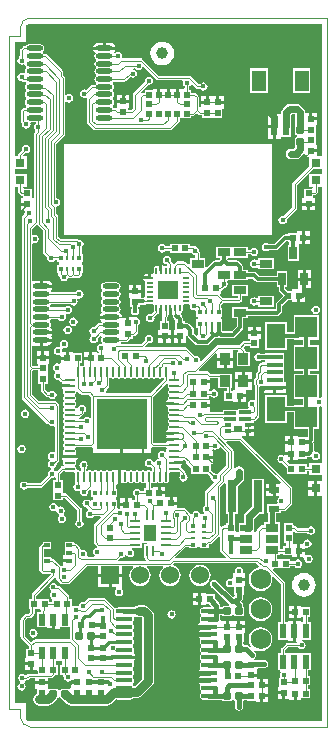
<source format=gbl>
G04*
G04 #@! TF.GenerationSoftware,Altium Limited,Altium Designer,21.0.8 (223)*
G04*
G04 Layer_Physical_Order=6*
G04 Layer_Color=16711680*
%FSLAX44Y44*%
%MOMM*%
G71*
G04*
G04 #@! TF.SameCoordinates,BC6D3639-D4A0-4107-B96B-A8576DDDF865*
G04*
G04*
G04 #@! TF.FilePolarity,Positive*
G04*
G01*
G75*
%ADD12C,0.2000*%
%ADD13C,0.1000*%
%ADD21R,0.5500X0.5500*%
%ADD23R,0.5500X0.5500*%
%ADD24R,0.3500X0.4500*%
%ADD25R,0.2500X0.4500*%
%ADD26R,0.9500X0.5500*%
%ADD27R,1.2000X1.8000*%
%ADD28R,0.6000X1.5500*%
%ADD30R,1.0600X0.6500*%
%ADD31R,1.0600X0.6000*%
%ADD32R,0.8000X2.7000*%
%ADD33R,0.5000X0.5000*%
%ADD56C,1.0000*%
%ADD57R,0.8000X0.8000*%
%ADD59C,0.1250*%
%ADD62C,0.6000*%
%ADD63C,0.4000*%
%ADD64C,0.3000*%
%ADD65C,1.7500*%
%ADD66R,1.5240X1.5240*%
%ADD67C,1.5240*%
%ADD68C,0.4500*%
G04:AMPARAMS|DCode=75|XSize=0.6mm|YSize=0.65mm|CornerRadius=0.075mm|HoleSize=0mm|Usage=FLASHONLY|Rotation=270.000|XOffset=0mm|YOffset=0mm|HoleType=Round|Shape=RoundedRectangle|*
%AMROUNDEDRECTD75*
21,1,0.6000,0.5000,0,0,270.0*
21,1,0.4500,0.6500,0,0,270.0*
1,1,0.1500,-0.2500,-0.2250*
1,1,0.1500,-0.2500,0.2250*
1,1,0.1500,0.2500,0.2250*
1,1,0.1500,0.2500,-0.2250*
%
%ADD75ROUNDEDRECTD75*%
%ADD76R,1.7000X1.5400*%
%ADD77O,0.2000X0.6000*%
%ADD78O,0.6000X0.2000*%
G04:AMPARAMS|DCode=79|XSize=0.6mm|YSize=0.65mm|CornerRadius=0.075mm|HoleSize=0mm|Usage=FLASHONLY|Rotation=180.000|XOffset=0mm|YOffset=0mm|HoleType=Round|Shape=RoundedRectangle|*
%AMROUNDEDRECTD79*
21,1,0.6000,0.5000,0,0,180.0*
21,1,0.4500,0.6500,0,0,180.0*
1,1,0.1500,-0.2250,0.2500*
1,1,0.1500,0.2250,0.2500*
1,1,0.1500,0.2250,-0.2500*
1,1,0.1500,-0.2250,-0.2500*
%
%ADD79ROUNDEDRECTD79*%
%ADD80O,1.4000X0.4000*%
%ADD81O,1.4000X0.4500*%
%ADD82R,0.6500X1.0600*%
%ADD83R,0.2400X0.9000*%
%ADD84R,0.9000X0.2400*%
%ADD85R,1.0000X1.4000*%
%ADD86R,0.8000X0.5400*%
%ADD87R,0.6000X0.3000*%
%ADD88R,1.0000X0.3000*%
%ADD89R,1.0000X0.4000*%
%ADD90R,1.6000X2.1000*%
%ADD91R,1.3500X0.4000*%
%ADD92R,1.9000X1.8000*%
%ADD93R,1.9000X1.9000*%
%ADD94R,0.6000X1.0500*%
%ADD95R,0.6200X1.2200*%
%ADD96R,0.5000X0.4000*%
%ADD97O,0.8500X0.2500*%
%ADD98O,0.2500X0.8500*%
%ADD99R,4.3500X4.3500*%
%ADD100R,0.9000X1.0000*%
%ADD101R,0.4500X0.2500*%
%ADD102R,0.4500X0.3500*%
%ADD103C,0.7500*%
%ADD104C,0.2500*%
G36*
X265000Y482750D02*
X261290D01*
Y486230D01*
X256000D01*
Y488770D01*
X261290D01*
Y492790D01*
X260000D01*
Y500230D01*
X260000Y500500D01*
Y501500D01*
X260000Y501770D01*
Y509210D01*
X261290D01*
Y513230D01*
X256000D01*
Y514500D01*
X254730D01*
Y519790D01*
X251333D01*
Y520000D01*
X251003Y521658D01*
X250064Y523064D01*
X247064Y526064D01*
X245658Y527003D01*
X244000Y527333D01*
X238000D01*
X236342Y527003D01*
X234936Y526064D01*
X231936Y523064D01*
X230997Y521658D01*
X230667Y520000D01*
Y519757D01*
X230540Y518540D01*
X229397Y518540D01*
X226270D01*
Y508250D01*
Y497960D01*
X230540D01*
Y498067D01*
X230750Y499250D01*
X231810Y499250D01*
X239250D01*
Y507831D01*
X239333Y508250D01*
Y518205D01*
X239795Y518667D01*
X242205D01*
X242667Y518205D01*
Y505000D01*
X242711Y504778D01*
Y502500D01*
X242866Y501720D01*
X243308Y501058D01*
X243897Y500664D01*
X243970Y500100D01*
Y499900D01*
X243897Y499336D01*
X243308Y498942D01*
X242866Y498280D01*
X242711Y497500D01*
Y495221D01*
X242667Y495000D01*
Y490558D01*
X241442Y489333D01*
X239000D01*
X237342Y489003D01*
X235936Y488064D01*
X234997Y486658D01*
X234667Y485000D01*
X234997Y483342D01*
X235936Y481936D01*
X237342Y480997D01*
X239000Y480667D01*
X244000D01*
X245658Y480997D01*
X247064Y481936D01*
X248003Y483342D01*
X248077Y483713D01*
X249440Y485075D01*
X250710Y484549D01*
Y482210D01*
X254750D01*
Y474954D01*
X240773Y460977D01*
X240359Y460357D01*
X240213Y459625D01*
Y439917D01*
X232722Y432425D01*
X232000Y432569D01*
X230634Y432297D01*
X229477Y431523D01*
X228703Y430366D01*
X228431Y429000D01*
X228703Y427634D01*
X229477Y426477D01*
X230634Y425703D01*
X232000Y425431D01*
X233366Y425703D01*
X234523Y426477D01*
X235297Y427634D01*
X235569Y429000D01*
X235425Y429721D01*
X243477Y437773D01*
X243891Y438393D01*
X244037Y439125D01*
Y458833D01*
X257454Y472250D01*
X265000D01*
Y467750D01*
X254750D01*
Y457250D01*
X257035D01*
X257412Y456770D01*
X256796Y455500D01*
X250000D01*
Y447790D01*
X248710D01*
Y443770D01*
X254000D01*
X259290D01*
Y447790D01*
X258000D01*
Y450088D01*
X259000D01*
X259732Y450234D01*
X260352Y450648D01*
X261352Y451648D01*
X261766Y452268D01*
X261912Y453000D01*
Y457250D01*
X265000D01*
Y279284D01*
X263931Y278560D01*
X262750Y279069D01*
Y298750D01*
X254804D01*
Y301250D01*
X262750D01*
Y322750D01*
X254804D01*
Y327750D01*
X262750D01*
Y348250D01*
X260570D01*
X260445Y349520D01*
X260762Y349583D01*
X261366Y349703D01*
X262523Y350477D01*
X263297Y351634D01*
X263569Y353000D01*
X263297Y354366D01*
X262523Y355523D01*
X261366Y356297D01*
X260000Y356569D01*
X258634Y356297D01*
X257477Y355523D01*
X256703Y354366D01*
X256431Y353000D01*
X256703Y351634D01*
X257477Y350477D01*
X258634Y349703D01*
X259238Y349583D01*
X259555Y349520D01*
X259430Y348250D01*
X241250D01*
Y333804D01*
X235750D01*
Y342750D01*
X217250D01*
Y319250D01*
X235750D01*
Y328196D01*
X241250D01*
Y327750D01*
X249196D01*
Y322750D01*
X241250D01*
Y301250D01*
X249196D01*
Y298750D01*
X241250D01*
Y277250D01*
X249196D01*
Y272250D01*
X241250D01*
Y271804D01*
X235750D01*
Y280750D01*
X217250D01*
Y257250D01*
X235750D01*
Y266196D01*
X241250D01*
Y251750D01*
X253196D01*
Y245982D01*
X252500Y245000D01*
X244790D01*
Y246290D01*
X240770D01*
Y241000D01*
X239500D01*
Y239730D01*
X234210D01*
Y235710D01*
X234210D01*
Y232270D01*
X239500D01*
Y231000D01*
X240770D01*
Y225710D01*
X244790D01*
Y227000D01*
X252500D01*
Y228196D01*
X254000D01*
X255073Y228410D01*
X255233Y228516D01*
X256644Y227932D01*
X256703Y227634D01*
X257477Y226477D01*
X258634Y225703D01*
X260000Y225431D01*
X261366Y225703D01*
X262523Y226477D01*
X263297Y227634D01*
X263569Y229000D01*
X263297Y230366D01*
X262523Y231523D01*
X261366Y232297D01*
X260000Y232569D01*
X259886Y232546D01*
X258804Y233626D01*
Y239000D01*
X258804Y239000D01*
X258590Y240073D01*
X257983Y240983D01*
X257965Y241000D01*
X257983Y241017D01*
X258590Y241927D01*
X258804Y243000D01*
X258804Y243000D01*
Y251750D01*
X262750D01*
Y270931D01*
X263931Y271440D01*
X265000Y270716D01*
Y223500D01*
X254750D01*
Y220162D01*
X252500D01*
Y222000D01*
X244500D01*
Y222000D01*
X243500D01*
Y222000D01*
X238204D01*
X235667Y224537D01*
X236153Y225710D01*
X238230D01*
Y229730D01*
X233533D01*
X232940Y229413D01*
X232366Y229797D01*
X231000Y230069D01*
X229634Y229797D01*
X228477Y229023D01*
X227703Y227866D01*
X227431Y226500D01*
X227703Y225134D01*
X228477Y223977D01*
X229634Y223203D01*
X231000Y222931D01*
X231721Y223075D01*
X235500Y219296D01*
Y214000D01*
X243500D01*
Y214000D01*
X244500D01*
Y214000D01*
X252500D01*
Y216338D01*
X254750D01*
Y213000D01*
X265000D01*
Y208290D01*
X261270D01*
Y201750D01*
Y195210D01*
X265000D01*
Y5000D01*
X16339D01*
X15537Y5537D01*
X15000Y6339D01*
Y20000D01*
X5000D01*
Y457250D01*
X8088D01*
Y453000D01*
X8234Y452268D01*
X8648Y451648D01*
X10148Y450148D01*
X10768Y449734D01*
X11500Y449588D01*
X12000D01*
Y447790D01*
X10710D01*
Y443770D01*
X16000D01*
Y441230D01*
X10710D01*
Y437210D01*
X12856D01*
X13618Y435940D01*
X13431Y435000D01*
X13575Y434278D01*
X11523Y432227D01*
X11109Y431606D01*
X10963Y430875D01*
Y279054D01*
X11109Y278322D01*
X11523Y277702D01*
X32577Y256648D01*
X33197Y256234D01*
X33929Y256088D01*
X34068D01*
X34477Y255477D01*
X35634Y254703D01*
X37000Y254431D01*
X37943Y254619D01*
X39213Y253858D01*
Y232884D01*
X38682Y232600D01*
X37943Y232331D01*
X36750Y232569D01*
X35384Y232297D01*
X34227Y231523D01*
X33453Y230366D01*
X33181Y229000D01*
X33453Y227634D01*
X34227Y226477D01*
X34670Y226180D01*
Y224653D01*
X34477Y224523D01*
X33703Y223366D01*
X33431Y222000D01*
X33703Y220634D01*
X34477Y219477D01*
X35634Y218703D01*
X35914Y218647D01*
Y217353D01*
X35634Y217297D01*
X34477Y216523D01*
X33703Y215366D01*
X33431Y214000D01*
X33575Y213279D01*
X26458Y206162D01*
X16182D01*
X15773Y206773D01*
X14616Y207547D01*
X13250Y207819D01*
X11884Y207547D01*
X10727Y206773D01*
X9953Y205616D01*
X9681Y204250D01*
X9953Y202884D01*
X10727Y201727D01*
X11884Y200953D01*
X13250Y200681D01*
X14616Y200953D01*
X15773Y201727D01*
X16182Y202338D01*
X27250D01*
X27982Y202484D01*
X28602Y202898D01*
X36279Y210575D01*
X37000Y210431D01*
X38366Y210703D01*
X38818Y211005D01*
X40088Y210327D01*
Y208500D01*
X38000D01*
Y200770D01*
X38000Y200500D01*
Y199500D01*
X38000Y199230D01*
Y191500D01*
X46000D01*
Y193588D01*
X47708D01*
X58088Y183208D01*
Y174932D01*
X57477Y174523D01*
X56703Y173366D01*
X56431Y172000D01*
X56703Y170634D01*
X57477Y169477D01*
X58634Y168703D01*
X60000Y168431D01*
X61366Y168703D01*
X62523Y169477D01*
X63297Y170634D01*
X63569Y172000D01*
X63297Y173366D01*
X62523Y174523D01*
X61912Y174932D01*
Y184000D01*
X61766Y184732D01*
X61352Y185352D01*
X49852Y196852D01*
X49232Y197266D01*
X48500Y197412D01*
X46000D01*
Y199230D01*
X46000Y199500D01*
Y200500D01*
X46000Y200770D01*
Y208500D01*
X43912D01*
Y214208D01*
X46292Y216588D01*
X47111D01*
X47775Y216145D01*
X48750Y215951D01*
X54750D01*
X54905Y215982D01*
X55982Y214905D01*
X55951Y214750D01*
Y208750D01*
X56145Y207775D01*
X56578Y207127D01*
X56551Y205907D01*
X55977Y205524D01*
X55203Y204366D01*
X54931Y203000D01*
X55203Y201635D01*
X55977Y200477D01*
X57134Y199703D01*
X58500Y199432D01*
X59252Y199581D01*
X60225Y199102D01*
X60504Y198634D01*
X60703Y197634D01*
X61477Y196477D01*
X62634Y195703D01*
X64000Y195431D01*
X65366Y195703D01*
X66523Y196477D01*
X67297Y197634D01*
X67569Y199000D01*
X67425Y199722D01*
X68730Y201026D01*
X70000Y200500D01*
Y194250D01*
X71250D01*
Y191750D01*
X70000D01*
Y191599D01*
X68730Y191214D01*
X68523Y191523D01*
X67366Y192297D01*
X66000Y192569D01*
X64634Y192297D01*
X63477Y191523D01*
X62703Y190366D01*
X62431Y189000D01*
X62703Y187634D01*
X63477Y186477D01*
X64634Y185703D01*
X66000Y185431D01*
X66386Y185508D01*
X67440Y184455D01*
X67135Y182963D01*
X66477Y182523D01*
X65703Y181366D01*
X65431Y180000D01*
X65703Y178634D01*
X66477Y177477D01*
X67634Y176703D01*
X69000Y176431D01*
X70366Y176703D01*
X71523Y177477D01*
X71932Y178088D01*
X77725D01*
X78211Y176915D01*
X72648Y171352D01*
X72234Y170732D01*
X72088Y170000D01*
Y156000D01*
X72234Y155268D01*
X72648Y154648D01*
X74527Y152769D01*
X74495Y152214D01*
X74212Y151412D01*
X73634Y151297D01*
X72477Y150523D01*
X71703Y149366D01*
X71431Y148000D01*
X71703Y146634D01*
X72477Y145477D01*
X73105Y145057D01*
X72720Y143787D01*
X67142D01*
X66381Y145057D01*
X66569Y146000D01*
X66297Y147366D01*
X65523Y148523D01*
X64366Y149297D01*
X63000Y149569D01*
X62057Y149381D01*
X60787Y150142D01*
Y150500D01*
X60641Y151232D01*
X60227Y151852D01*
X57227Y154852D01*
X56607Y155266D01*
X55875Y155412D01*
X55250D01*
Y156750D01*
X47750D01*
Y145040D01*
X46460D01*
Y141770D01*
X51500D01*
Y139230D01*
X46460D01*
Y136461D01*
X45634Y136297D01*
X45308Y136079D01*
X44057Y136066D01*
X43757Y136454D01*
X43602Y136685D01*
X38435Y141852D01*
X37815Y142266D01*
X37084Y142412D01*
X36250D01*
Y143750D01*
X29912D01*
Y150250D01*
X36250D01*
Y156750D01*
X28750D01*
Y155254D01*
X28148Y154852D01*
X26648Y153352D01*
X26234Y152732D01*
X26088Y152000D01*
Y132750D01*
X26234Y132018D01*
X26648Y131398D01*
X27898Y130148D01*
X28518Y129734D01*
X29250Y129588D01*
X35068D01*
X35477Y128977D01*
X35548Y128252D01*
X20208Y112912D01*
X19794Y112292D01*
X19648Y111560D01*
Y107660D01*
X17560D01*
Y99660D01*
X18213D01*
Y97083D01*
X16542Y95412D01*
X14666D01*
X13935Y95266D01*
X13314Y94852D01*
X10523Y92060D01*
X10109Y91440D01*
X9963Y90709D01*
Y76245D01*
X10109Y75514D01*
X10523Y74893D01*
X17148Y68268D01*
Y66160D01*
X15060D01*
Y58450D01*
X13770D01*
Y54430D01*
X19060D01*
Y53160D01*
X20330D01*
Y47870D01*
X24350D01*
X24500Y46662D01*
Y44912D01*
X17000D01*
X16268Y44766D01*
X15648Y44352D01*
X14878Y43582D01*
X14273Y43642D01*
X13116Y44415D01*
X11750Y44687D01*
X10384Y44415D01*
X9227Y43642D01*
X8453Y42484D01*
X8181Y41118D01*
X8453Y39753D01*
X9227Y38595D01*
X9346Y38515D01*
X9410Y38242D01*
X9259Y37046D01*
X8477Y36523D01*
X7703Y35366D01*
X7431Y34000D01*
X7703Y32634D01*
X8477Y31477D01*
X9634Y30703D01*
X11000Y30431D01*
X12366Y30703D01*
X13523Y31477D01*
X14297Y32634D01*
X14569Y34000D01*
X14297Y35366D01*
X13523Y36523D01*
X13404Y36603D01*
X13340Y36876D01*
X13491Y38072D01*
X14273Y38595D01*
X14682Y39207D01*
X15118D01*
X15850Y39352D01*
X16470Y39766D01*
X17792Y41088D01*
X22710D01*
Y38770D01*
X28000D01*
X33290D01*
Y41088D01*
X36000D01*
X36732Y41234D01*
X37352Y41648D01*
X38852Y43148D01*
X39266Y43768D01*
X39312Y44000D01*
X41500D01*
Y52000D01*
X39912D01*
Y55500D01*
X42250D01*
Y55500D01*
X43250D01*
Y55500D01*
X45588D01*
Y52000D01*
X43500D01*
Y44000D01*
X45688D01*
X45734Y43768D01*
X46148Y43148D01*
X47086Y42211D01*
X46994Y41750D01*
X47266Y40384D01*
X48039Y39227D01*
X49197Y38453D01*
X50563Y38181D01*
X51440Y38356D01*
X52710Y37564D01*
Y32654D01*
X51545Y31957D01*
X51280Y32134D01*
X50500Y32289D01*
X45500D01*
X44720Y32134D01*
X44058Y31692D01*
X43664Y31103D01*
X43100Y31030D01*
X42900D01*
X42336Y31103D01*
X41942Y31692D01*
X41280Y32134D01*
X40500Y32289D01*
X35500D01*
X34720Y32134D01*
X34455Y31957D01*
X33290Y32654D01*
Y36230D01*
X28000D01*
X22710D01*
Y32210D01*
X24000D01*
Y27677D01*
X22395Y26605D01*
X21290Y24951D01*
X20902Y23000D01*
X21290Y21049D01*
X22395Y19395D01*
X24049Y18290D01*
X26000Y17902D01*
X33000D01*
X34951Y18290D01*
X36605Y19395D01*
X40605Y23395D01*
X40864Y23783D01*
X41280Y23866D01*
X41942Y24308D01*
X42336Y24897D01*
X42900Y24970D01*
X43100D01*
X43664Y24897D01*
X44058Y24308D01*
X44720Y23866D01*
X45136Y23783D01*
X45395Y23395D01*
X49395Y19395D01*
X51049Y18290D01*
X53000Y17902D01*
X83000D01*
X84951Y18290D01*
X86605Y19395D01*
X90932Y23723D01*
X91732Y23189D01*
X93000Y22936D01*
X103000D01*
X104268Y23189D01*
X105343Y23907D01*
X105674Y24402D01*
X109000D01*
X110951Y24790D01*
X112605Y25895D01*
X121605Y34895D01*
X122710Y36549D01*
X123098Y38500D01*
Y94500D01*
X122710Y96451D01*
X121605Y98105D01*
X118355Y101355D01*
X116701Y102460D01*
X114750Y102848D01*
X110000D01*
X108049Y102460D01*
X106395Y101355D01*
X106201Y101064D01*
X93000D01*
X91732Y100811D01*
X91126Y100406D01*
X89874Y100706D01*
X89684Y100854D01*
X89352Y101352D01*
X82352Y108352D01*
X81732Y108766D01*
X81000Y108912D01*
X68000D01*
X67268Y108766D01*
X66648Y108352D01*
X63721Y105425D01*
X63000Y105569D01*
X61634Y105297D01*
X60477Y104523D01*
X59703Y103366D01*
X59627Y102982D01*
X58366Y102297D01*
X57000Y102568D01*
X55634Y102297D01*
X54830Y101759D01*
X53683Y102215D01*
X53560Y102322D01*
Y107660D01*
X51472D01*
Y110044D01*
X51326Y110775D01*
X50912Y111396D01*
X43477Y118831D01*
X42857Y119245D01*
X42125Y119391D01*
X41280D01*
X40523Y120523D01*
X39366Y121297D01*
X38000Y121569D01*
X36634Y121297D01*
X35477Y120523D01*
X34703Y119366D01*
X34431Y118000D01*
X34703Y116634D01*
X35404Y115585D01*
X35478Y115380D01*
X35500Y113934D01*
X34953Y113116D01*
X34681Y111750D01*
X34953Y110384D01*
X35727Y109227D01*
X36244Y108881D01*
X36560Y107660D01*
X36560D01*
X36560Y107660D01*
Y105572D01*
X34560D01*
Y107660D01*
X26830D01*
X26560Y107660D01*
X25560D01*
X25290Y107660D01*
X23472D01*
Y110768D01*
X39068Y126365D01*
X40187Y126011D01*
X40338Y125896D01*
Y125500D01*
X40484Y124768D01*
X40898Y124148D01*
X43898Y121148D01*
X44518Y120734D01*
X45250Y120588D01*
X50250D01*
X50982Y120734D01*
X51602Y121148D01*
X66542Y136088D01*
X75740D01*
Y129270D01*
X96060D01*
Y136088D01*
X105184D01*
X105615Y134818D01*
X104974Y134326D01*
X103552Y132473D01*
X102658Y130316D01*
X102353Y128000D01*
X102658Y125684D01*
X103552Y123527D01*
X104974Y121674D01*
X106827Y120252D01*
X108984Y119358D01*
X111300Y119053D01*
X113616Y119358D01*
X115773Y120252D01*
X117626Y121674D01*
X119048Y123527D01*
X119942Y125684D01*
X120246Y128000D01*
X119942Y130316D01*
X119048Y132473D01*
X117626Y134326D01*
X116985Y134818D01*
X117416Y136088D01*
X130584D01*
X131015Y134818D01*
X130374Y134326D01*
X128952Y132473D01*
X128058Y130316D01*
X127753Y128000D01*
X128058Y125684D01*
X128952Y123527D01*
X130374Y121674D01*
X132227Y120252D01*
X134384Y119358D01*
X136700Y119053D01*
X139016Y119358D01*
X141173Y120252D01*
X143026Y121674D01*
X144448Y123527D01*
X145342Y125684D01*
X145646Y128000D01*
X145342Y130316D01*
X144448Y132473D01*
X143026Y134326D01*
X141173Y135748D01*
X139483Y136448D01*
X139118Y137612D01*
X139937Y138588D01*
X209708D01*
X212178Y136118D01*
X211723Y134777D01*
X210700Y134643D01*
X208267Y133635D01*
X206178Y132032D01*
X204575Y129943D01*
X203567Y127510D01*
X203224Y124900D01*
X203567Y122289D01*
X204575Y119857D01*
X206178Y117768D01*
X208267Y116165D01*
X210700Y115157D01*
X213310Y114814D01*
X215921Y115157D01*
X218353Y116165D01*
X220442Y117768D01*
X222045Y119857D01*
X223053Y122289D01*
X223396Y124900D01*
X223214Y126287D01*
X224417Y126880D01*
X230588Y120708D01*
Y88450D01*
X228150D01*
Y73750D01*
X236360D01*
Y72460D01*
X240730D01*
Y81100D01*
Y89740D01*
X236360D01*
Y88450D01*
X234412D01*
Y121500D01*
X234266Y122232D01*
X233852Y122852D01*
X223877Y132827D01*
X224363Y134000D01*
X229230D01*
X229500Y134000D01*
X230500D01*
X230770Y134000D01*
X238500D01*
Y136088D01*
X242068D01*
X242477Y135477D01*
X243634Y134703D01*
X245000Y134431D01*
X246366Y134703D01*
X247523Y135477D01*
X248297Y136634D01*
X248569Y138000D01*
X248297Y139366D01*
X247523Y140523D01*
X246366Y141297D01*
X245000Y141569D01*
X243634Y141297D01*
X242477Y140523D01*
X242068Y139912D01*
X238500D01*
Y142000D01*
X230770D01*
X230500Y142000D01*
X229500D01*
X229230Y142000D01*
X227412D01*
Y145079D01*
X229750D01*
Y146588D01*
X232500D01*
Y145000D01*
X240210D01*
Y143710D01*
X244230D01*
Y149000D01*
Y154290D01*
X241145D01*
X241000Y155500D01*
X241000D01*
Y163230D01*
X241000Y163500D01*
Y164637D01*
X242173Y165123D01*
X242648Y164648D01*
X243268Y164234D01*
X244000Y164088D01*
X253068D01*
X253477Y163477D01*
X254634Y162703D01*
X256000Y162431D01*
X257366Y162703D01*
X258523Y163477D01*
X259297Y164634D01*
X259569Y166000D01*
X259297Y167366D01*
X258523Y168523D01*
X257366Y169297D01*
X256000Y169569D01*
X254634Y169297D01*
X253477Y168523D01*
X253068Y167912D01*
X244792D01*
X242852Y169852D01*
X242232Y170266D01*
X241500Y170412D01*
X241000D01*
Y172500D01*
X233000D01*
Y164770D01*
X233000Y164500D01*
Y163500D01*
X233000Y163230D01*
Y155500D01*
X235088D01*
Y153000D01*
X232500D01*
Y150412D01*
X230648D01*
X229750Y151310D01*
X229750Y154079D01*
X229750Y155349D01*
Y162809D01*
X229750Y163579D01*
X229750Y164849D01*
Y173079D01*
X226409D01*
Y176199D01*
X226569Y177000D01*
X226409Y177801D01*
Y180500D01*
X231000D01*
Y182588D01*
X233384D01*
X234116Y182734D01*
X234736Y183148D01*
X239477Y187889D01*
X239891Y188510D01*
X240037Y189241D01*
Y201875D01*
X239891Y202607D01*
X239477Y203227D01*
X197514Y245190D01*
X197543Y245524D01*
X197938Y246460D01*
X201230D01*
Y250500D01*
X202500D01*
Y251770D01*
X208040D01*
Y254230D01*
X202500D01*
Y256770D01*
X208040D01*
Y258696D01*
X208232Y258734D01*
X208852Y259148D01*
X211852Y262148D01*
X212266Y262768D01*
X212412Y263500D01*
Y287453D01*
X213256Y288329D01*
X213682Y288495D01*
X214000Y288431D01*
X214690Y288569D01*
X215121Y288270D01*
X225250D01*
X234540D01*
Y291540D01*
X233250D01*
Y303250D01*
Y309750D01*
Y316250D01*
X217250D01*
Y315804D01*
X213729D01*
X212991Y316297D01*
X211625Y316569D01*
X210259Y316297D01*
X209102Y315523D01*
X208328Y314366D01*
X208056Y313000D01*
X208328Y311634D01*
X209102Y310477D01*
X210259Y309703D01*
X211625Y309431D01*
X212991Y309703D01*
X213729Y310196D01*
X217250D01*
Y308412D01*
X214500D01*
X213768Y308266D01*
X213148Y307852D01*
X211648Y306352D01*
X211234Y305732D01*
X211088Y305000D01*
Y301327D01*
X210148Y300387D01*
X209734Y299767D01*
X209588Y299035D01*
Y296292D01*
X208523Y295227D01*
X208109Y294607D01*
X207963Y293875D01*
Y290291D01*
X208109Y289560D01*
X208523Y288940D01*
X208588Y288874D01*
Y288000D01*
X208588Y288000D01*
Y277007D01*
X207372Y276300D01*
X207318Y276306D01*
X206000Y276569D01*
X204634Y276297D01*
X203477Y275523D01*
X202703Y274366D01*
X202431Y273000D01*
X202703Y271634D01*
X203448Y270520D01*
X203397Y270259D01*
X203026Y269250D01*
X194250D01*
X193750Y268250D01*
X181250D01*
Y266912D01*
X180518Y266766D01*
X179988Y266412D01*
X171936D01*
X170790Y266710D01*
Y270730D01*
X165500D01*
Y273270D01*
X170790D01*
Y277290D01*
X170476D01*
X169500Y278000D01*
X169500Y278560D01*
Y280088D01*
X171068D01*
X171477Y279477D01*
X172634Y278703D01*
X174000Y278431D01*
X175366Y278703D01*
X176523Y279477D01*
X177297Y280634D01*
X177569Y282000D01*
X177297Y283366D01*
X176523Y284523D01*
X175366Y285297D01*
X174000Y285569D01*
X172634Y285297D01*
X171477Y284523D01*
X171438Y284466D01*
X169959Y284351D01*
X169513Y284796D01*
X169570Y286051D01*
X170476Y286710D01*
X170790D01*
Y290730D01*
X165500D01*
Y293270D01*
X170790D01*
Y295088D01*
X177500D01*
Y286500D01*
X184588D01*
Y284000D01*
X182500D01*
Y276000D01*
X190210D01*
Y274710D01*
X194230D01*
Y280000D01*
X195500D01*
Y281270D01*
X200790D01*
Y285210D01*
X205790D01*
Y291480D01*
X198750D01*
X191710D01*
Y285290D01*
X190210D01*
Y284000D01*
X188412D01*
Y286500D01*
X189000D01*
Y299000D01*
X177500D01*
Y298912D01*
X170792D01*
X169352Y300352D01*
X168732Y300766D01*
X168000Y300912D01*
X161275D01*
X160789Y302085D01*
X175037Y316333D01*
X176210Y315847D01*
Y312520D01*
X183250D01*
X190290D01*
Y318790D01*
X191436Y319088D01*
X194420D01*
X194641Y318770D01*
X193977Y317500D01*
X193000D01*
Y305000D01*
X204500D01*
Y317500D01*
X200662D01*
Y318250D01*
X200516Y318982D01*
X200102Y319602D01*
X198704Y321000D01*
X200292Y322588D01*
X204000D01*
Y320500D01*
X212000D01*
Y328210D01*
X213290D01*
Y332230D01*
X208000D01*
X202710D01*
Y328210D01*
X204000D01*
Y326412D01*
X199500D01*
X198768Y326266D01*
X198148Y325852D01*
X195208Y322912D01*
X177000D01*
X176268Y322766D01*
X175648Y322352D01*
X163256Y309960D01*
X162298Y310395D01*
X162057Y310557D01*
X161797Y311866D01*
X161023Y313023D01*
X159866Y313797D01*
X158500Y314069D01*
X157779Y313925D01*
X151236Y320468D01*
X150616Y320882D01*
X149884Y321028D01*
X116391D01*
X115905Y322201D01*
X118279Y324575D01*
X119000Y324431D01*
X120366Y324703D01*
X121523Y325477D01*
X122297Y326634D01*
X122569Y328000D01*
X122297Y329366D01*
X121523Y330523D01*
X120366Y331297D01*
X119000Y331569D01*
X117634Y331297D01*
X116477Y330523D01*
X115703Y329366D01*
X115431Y328000D01*
X115575Y327279D01*
X112208Y323912D01*
X96000D01*
X95305Y325182D01*
X95405Y325338D01*
X99250D01*
X99982Y325484D01*
X100602Y325898D01*
X102352Y327648D01*
X102766Y328268D01*
X102812Y328500D01*
X105000D01*
Y330588D01*
X105625D01*
X106357Y330734D01*
X106977Y331148D01*
X109352Y333523D01*
X109766Y334143D01*
X109912Y334875D01*
Y340068D01*
X110523Y340477D01*
X111297Y341634D01*
X111569Y343000D01*
X111297Y344366D01*
X110523Y345523D01*
X109366Y346297D01*
X108000Y346569D01*
X107560Y346481D01*
X106290Y346790D01*
Y346790D01*
X106290Y346790D01*
X102270D01*
Y341500D01*
X99730D01*
Y346790D01*
X96126D01*
X95762Y348619D01*
X94703Y350203D01*
X93819Y350794D01*
X94547Y351884D01*
X94819Y353250D01*
X94547Y354616D01*
X93773Y355773D01*
X93636Y355865D01*
Y357135D01*
X93773Y357227D01*
X94547Y358384D01*
X94819Y359750D01*
X94547Y361116D01*
X93773Y362273D01*
X93636Y362365D01*
Y363635D01*
X93773Y363727D01*
X94547Y364884D01*
X94819Y366250D01*
X94547Y367616D01*
X93773Y368773D01*
X93636Y368865D01*
Y370135D01*
X93773Y370227D01*
X94547Y371384D01*
X94819Y372750D01*
X94547Y374116D01*
X93773Y375273D01*
X92616Y376047D01*
X91250Y376319D01*
X81750D01*
X80384Y376047D01*
X79227Y375273D01*
X78453Y374116D01*
X78182Y372750D01*
X78453Y371384D01*
X79227Y370227D01*
X79364Y370135D01*
Y368865D01*
X79227Y368773D01*
X78453Y367616D01*
X78182Y366250D01*
X78453Y364884D01*
X79227Y363727D01*
X79364Y363635D01*
Y362365D01*
X79227Y362273D01*
X78453Y361116D01*
X78182Y359750D01*
X78453Y358384D01*
X79227Y357227D01*
X79364Y357135D01*
Y355865D01*
X79227Y355773D01*
X78453Y354616D01*
X78182Y353250D01*
X78453Y351884D01*
X79181Y350794D01*
X78297Y350203D01*
X77238Y348619D01*
X77119Y348020D01*
X86500D01*
Y345480D01*
X77119D01*
X77238Y344881D01*
X78297Y343297D01*
X79181Y342705D01*
X78481Y341657D01*
X76746D01*
X76014Y341512D01*
X75394Y341097D01*
X72722Y338425D01*
X72000Y338569D01*
X70634Y338297D01*
X69477Y337523D01*
X68703Y336366D01*
X68431Y335000D01*
X68703Y333634D01*
X69477Y332477D01*
X69795Y332264D01*
Y330736D01*
X69477Y330523D01*
X68703Y329366D01*
X68431Y328000D01*
X68703Y326634D01*
X69477Y325477D01*
X70634Y324703D01*
X72000Y324431D01*
X73366Y324703D01*
X74523Y325477D01*
X75297Y326634D01*
X75569Y328000D01*
X75425Y328722D01*
X77792Y331088D01*
X78169Y331125D01*
X78503Y330803D01*
X79227Y329773D01*
X78453Y328616D01*
X78182Y327250D01*
X78453Y325884D01*
X78847Y325294D01*
X78725Y324863D01*
X78191Y324007D01*
X77134Y323797D01*
X75977Y323023D01*
X75203Y321866D01*
X74931Y320500D01*
X75203Y319134D01*
X75977Y317977D01*
X76588Y317568D01*
Y316000D01*
X74790D01*
Y317290D01*
X70770D01*
Y312000D01*
X69500D01*
Y310730D01*
X64210D01*
Y306953D01*
X63707Y306135D01*
X63394Y305778D01*
X62524Y305605D01*
X61698Y305052D01*
X61631Y305044D01*
X60412Y305414D01*
Y308000D01*
X62500D01*
Y316000D01*
X54790D01*
Y317290D01*
X50770D01*
Y312000D01*
X49500D01*
Y310730D01*
X44210D01*
Y307592D01*
X42940Y306913D01*
X42366Y307297D01*
X41000Y307569D01*
X39634Y307297D01*
X38477Y306523D01*
X37703Y305366D01*
X37431Y304000D01*
X37703Y302634D01*
X38477Y301477D01*
X39296Y300929D01*
X39486Y299593D01*
X39476Y299523D01*
X38703Y298365D01*
X38431Y296999D01*
X38703Y295634D01*
X39477Y294476D01*
X40634Y293703D01*
X42000Y293431D01*
X42721Y293574D01*
X44148Y292148D01*
X44768Y291734D01*
X44818Y291724D01*
X45431Y290421D01*
X45427Y290348D01*
X45180Y289979D01*
X45138Y289770D01*
X51750D01*
Y287230D01*
X45138D01*
X45180Y287021D01*
X46017Y285768D01*
X46156Y285675D01*
X46395Y284475D01*
X46201Y283500D01*
X46395Y282525D01*
X46948Y281698D01*
Y280302D01*
X46395Y279475D01*
X46201Y278500D01*
X46395Y277525D01*
X46948Y276698D01*
Y275302D01*
X46395Y274475D01*
X46201Y273500D01*
X46395Y272525D01*
X46948Y271698D01*
Y270302D01*
X46395Y269475D01*
X46201Y268500D01*
X46395Y267525D01*
X46948Y266698D01*
Y265302D01*
X46395Y264475D01*
X46201Y263500D01*
X46395Y262525D01*
X46948Y261698D01*
Y260302D01*
X46395Y259475D01*
X46201Y258500D01*
X46395Y257525D01*
X46948Y256698D01*
Y255302D01*
X46395Y254475D01*
X46201Y253500D01*
X46395Y252525D01*
X46948Y251698D01*
Y250302D01*
X46395Y249475D01*
X46201Y248500D01*
X46395Y247525D01*
X46948Y246698D01*
Y245302D01*
X46395Y244475D01*
X46201Y243500D01*
X46395Y242525D01*
X46948Y241698D01*
Y240302D01*
X46395Y239475D01*
X46201Y238500D01*
X46395Y237525D01*
X46948Y236698D01*
Y235302D01*
X46395Y234475D01*
X46201Y233500D01*
X46395Y232525D01*
X46156Y231325D01*
X46017Y231232D01*
X45180Y229979D01*
X45138Y229770D01*
X51750D01*
X58362D01*
X58320Y229979D01*
X57482Y231232D01*
X57344Y231325D01*
X57105Y232525D01*
X57299Y233500D01*
X57105Y234475D01*
X56552Y235302D01*
X56544Y235369D01*
X56914Y236588D01*
X70000D01*
X70440Y236676D01*
X71370Y236163D01*
X71710Y235860D01*
Y231710D01*
X94730D01*
Y256000D01*
X97270D01*
Y231710D01*
X120290D01*
Y236027D01*
X121515Y236732D01*
X121560Y236726D01*
X122250Y236588D01*
X133228D01*
X133907Y235318D01*
X133680Y234979D01*
X133386Y233500D01*
X133418Y233337D01*
X133269Y233201D01*
X132249Y232707D01*
X131366Y233297D01*
X130000Y233569D01*
X128634Y233297D01*
X127477Y232523D01*
X126703Y231366D01*
X126431Y230000D01*
X126703Y228634D01*
X127252Y227813D01*
X127151Y227317D01*
X126876Y226720D01*
X126711Y226511D01*
X125634Y226297D01*
X124477Y225523D01*
X123703Y224366D01*
X123647Y224086D01*
X122353D01*
X122297Y224366D01*
X121523Y225523D01*
X120366Y226297D01*
X119000Y226569D01*
X117634Y226297D01*
X116477Y225523D01*
X115703Y224366D01*
X115431Y223000D01*
X115703Y221634D01*
X116477Y220477D01*
X117634Y219703D01*
X119000Y219431D01*
X120366Y219703D01*
X120502Y219794D01*
X121588Y218708D01*
Y216914D01*
X120369Y216544D01*
X120302Y216552D01*
X119475Y217105D01*
X118500Y217299D01*
X117524Y217105D01*
X116698Y216552D01*
X115302D01*
X114475Y217105D01*
X113500Y217299D01*
X112524Y217105D01*
X111698Y216552D01*
X110302D01*
X109475Y217105D01*
X108500Y217299D01*
X107524Y217105D01*
X106698Y216552D01*
X105302D01*
X104475Y217105D01*
X103500Y217299D01*
X102524Y217105D01*
X101698Y216552D01*
X100302D01*
X99475Y217105D01*
X98500Y217299D01*
X97524Y217105D01*
X96325Y217344D01*
X96232Y217482D01*
X94979Y218320D01*
X94770Y218362D01*
Y211750D01*
Y205138D01*
X94979Y205180D01*
X96232Y206017D01*
X96325Y206157D01*
X97524Y206395D01*
X98500Y206201D01*
X99475Y206395D01*
X100302Y206948D01*
X101698D01*
X102524Y206395D01*
X103500Y206201D01*
X104475Y206395D01*
X105302Y206948D01*
X106698D01*
X107524Y206395D01*
X108500Y206201D01*
X109475Y206395D01*
X110302Y206948D01*
X111698D01*
X112524Y206395D01*
X113500Y206201D01*
X114475Y206395D01*
X115302Y206948D01*
X115369Y206956D01*
X116588Y206586D01*
Y202000D01*
X114500D01*
Y199912D01*
X111932D01*
X111523Y200523D01*
X110366Y201297D01*
X109000Y201569D01*
X107634Y201297D01*
X106477Y200523D01*
X105703Y199366D01*
X105431Y198000D01*
X105703Y196634D01*
X106477Y195477D01*
X107088Y195068D01*
Y192000D01*
X104790D01*
Y193290D01*
X100770D01*
Y188000D01*
X99500D01*
Y186730D01*
X94210D01*
Y184852D01*
X93065Y184439D01*
X92093Y185211D01*
X92000Y185367D01*
Y191750D01*
X90750D01*
Y194250D01*
X92000D01*
Y201250D01*
X90651D01*
Y204568D01*
X91921Y205247D01*
X92021Y205180D01*
X92230Y205138D01*
Y211750D01*
Y218362D01*
X92021Y218320D01*
X90767Y217482D01*
X90675Y217344D01*
X89475Y217105D01*
X88500Y217299D01*
X87524Y217105D01*
X86698Y216552D01*
X85302D01*
X84475Y217105D01*
X83500Y217299D01*
X82524Y217105D01*
X81698Y216552D01*
X80302D01*
X79475Y217105D01*
X78500Y217299D01*
X77524Y217105D01*
X76698Y216552D01*
X75302D01*
X74475Y217105D01*
X73500Y217299D01*
X72524Y217105D01*
X71698Y216552D01*
X70302D01*
X69475Y217105D01*
X68500Y217299D01*
X67524Y217105D01*
X66698Y216552D01*
X66631Y216544D01*
X65412Y216914D01*
Y218318D01*
X66023Y218727D01*
X66797Y219884D01*
X67069Y221250D01*
X66797Y222616D01*
X66023Y223773D01*
X64866Y224547D01*
X63500Y224818D01*
X62134Y224547D01*
X60977Y223773D01*
X60203Y222616D01*
X59931Y221250D01*
X60203Y219884D01*
X60977Y218727D01*
X61588Y218318D01*
Y216914D01*
X60369Y216544D01*
X60302Y216552D01*
X59475Y217105D01*
X58500Y217299D01*
X58345Y217268D01*
X57268Y218345D01*
X57299Y218500D01*
X57105Y219475D01*
X56552Y220302D01*
Y221698D01*
X57105Y222525D01*
X57299Y223500D01*
X57105Y224475D01*
X57344Y225675D01*
X57482Y225768D01*
X58320Y227021D01*
X58362Y227230D01*
X51750D01*
X45138D01*
X45180Y227021D01*
X46017Y225768D01*
X46156Y225675D01*
X46395Y224475D01*
X46201Y223500D01*
X46395Y222525D01*
X46948Y221698D01*
X46956Y221631D01*
X46586Y220412D01*
X45500D01*
X44768Y220266D01*
X44148Y219852D01*
X40958Y216662D01*
X39523Y216523D01*
X38366Y217297D01*
X38086Y217353D01*
Y218647D01*
X38366Y218703D01*
X39523Y219477D01*
X40297Y220634D01*
X40569Y222000D01*
X40425Y222722D01*
X42477Y224773D01*
X42891Y225393D01*
X43037Y226125D01*
Y271875D01*
X42891Y272607D01*
X42477Y273227D01*
X40227Y275477D01*
X39607Y275891D01*
X38875Y276037D01*
X25667D01*
X19787Y281917D01*
Y301084D01*
X20292Y301589D01*
X25000D01*
Y299770D01*
X25000Y299500D01*
X25000Y298277D01*
Y290500D01*
X27088D01*
Y285000D01*
X27234Y284268D01*
X27648Y283648D01*
X31523Y279773D01*
X32143Y279359D01*
X32875Y279213D01*
X33984D01*
X34477Y278477D01*
X35634Y277703D01*
X37000Y277431D01*
X38366Y277703D01*
X39523Y278477D01*
X40297Y279634D01*
X40569Y281000D01*
X40297Y282366D01*
X39523Y283523D01*
X38366Y284297D01*
X37000Y284569D01*
X35634Y284297D01*
X34477Y283523D01*
X33073Y283630D01*
X30912Y285792D01*
Y290500D01*
X33000D01*
Y298230D01*
X33000Y298500D01*
X33000Y299723D01*
Y307210D01*
X34290D01*
Y311230D01*
X29000D01*
X23710D01*
Y307210D01*
X25000D01*
Y305412D01*
X20292D01*
X19787Y305917D01*
Y322153D01*
X20244Y322397D01*
X21057Y322703D01*
X22750Y322366D01*
X26230D01*
Y327250D01*
X27500D01*
Y328520D01*
X36881D01*
X36762Y329119D01*
X35839Y330500D01*
X36762Y331881D01*
X36881Y332480D01*
X27500D01*
Y335020D01*
X36881D01*
X36762Y335619D01*
X35703Y337203D01*
X34819Y337794D01*
X35547Y338884D01*
X35819Y340250D01*
X35547Y341616D01*
X34773Y342773D01*
X34720Y344045D01*
X35563Y344963D01*
X42151D01*
X42477Y344477D01*
X43634Y343703D01*
X45000Y343431D01*
X46366Y343703D01*
X47523Y344477D01*
X48297Y345634D01*
X48569Y347000D01*
X48297Y348366D01*
X48136Y348606D01*
X48194Y348732D01*
X48976Y349635D01*
X50000Y349431D01*
X51366Y349703D01*
X52523Y350477D01*
X53297Y351634D01*
X53569Y353000D01*
X53297Y354366D01*
X52523Y355523D01*
X51366Y356297D01*
X50000Y356569D01*
X48634Y356297D01*
X47477Y355523D01*
X47151Y355037D01*
X35266D01*
X34773Y355773D01*
X34720Y357045D01*
X35563Y357963D01*
X52151D01*
X52477Y357477D01*
X53634Y356703D01*
X55000Y356431D01*
X56366Y356703D01*
X57523Y357477D01*
X58297Y358634D01*
X58569Y360000D01*
X58297Y361366D01*
X58136Y361606D01*
X58194Y361732D01*
X58976Y362635D01*
X60000Y362431D01*
X61366Y362703D01*
X62523Y363477D01*
X63297Y364634D01*
X63569Y366000D01*
X63297Y367366D01*
X62523Y368523D01*
X61366Y369297D01*
X60000Y369569D01*
X58634Y369297D01*
X57477Y368523D01*
X57151Y368037D01*
X36104D01*
X35703Y369297D01*
X36762Y370881D01*
X36881Y371480D01*
X27500D01*
Y372750D01*
X26230D01*
Y377634D01*
X22750D01*
X21057Y377297D01*
X20244Y377603D01*
X19787Y377847D01*
Y408858D01*
X21057Y409619D01*
X22000Y409431D01*
X23366Y409703D01*
X24523Y410477D01*
X25297Y411634D01*
X25569Y413000D01*
X25297Y414366D01*
X24523Y415523D01*
X23366Y416297D01*
X22000Y416569D01*
X21057Y416381D01*
X19787Y417142D01*
Y421249D01*
X23055Y424518D01*
X24523Y424607D01*
X29213Y419917D01*
Y401875D01*
X29359Y401143D01*
X29773Y400523D01*
X32575Y397721D01*
X32431Y397000D01*
X32703Y395634D01*
X33477Y394477D01*
X34634Y393703D01*
X36000Y393431D01*
X37366Y393703D01*
X38523Y394477D01*
X39155Y395421D01*
X41000D01*
Y393250D01*
X42250D01*
Y390750D01*
X41000D01*
Y383750D01*
X42088D01*
Y383125D01*
X42234Y382393D01*
X42648Y381773D01*
X43434Y380988D01*
X43703Y379634D01*
X44477Y378477D01*
X45634Y377703D01*
X47000Y377431D01*
X48366Y377703D01*
X49523Y378477D01*
X50297Y379634D01*
X50353Y379917D01*
X50750Y379838D01*
X53125D01*
X53857Y379984D01*
X54477Y380398D01*
X54545Y380466D01*
X54893Y380234D01*
X55625Y380088D01*
X59000D01*
X59732Y380234D01*
X60352Y380648D01*
X61352Y381648D01*
X61766Y382268D01*
X61912Y383000D01*
Y383750D01*
X63000D01*
Y390750D01*
X61750D01*
Y393250D01*
X63000D01*
Y400250D01*
X61912D01*
Y406068D01*
X62523Y406477D01*
X63297Y407634D01*
X63569Y409000D01*
X63297Y410366D01*
X62523Y411523D01*
X61366Y412297D01*
X60000Y412569D01*
X59010Y412372D01*
X58607Y412641D01*
X57875Y412787D01*
X44083D01*
X42037Y414833D01*
Y431541D01*
X41891Y432273D01*
X41477Y432893D01*
X40287Y434083D01*
Y439750D01*
X40188Y440244D01*
X41553Y440516D01*
X42711Y441289D01*
X43484Y442447D01*
X43756Y443812D01*
X43484Y445178D01*
X42711Y446336D01*
X41553Y447109D01*
X40287Y447361D01*
Y493583D01*
X47102Y500398D01*
X47516Y501018D01*
X47662Y501750D01*
Y528584D01*
X48932Y529173D01*
X49634Y528703D01*
X51000Y528431D01*
X52366Y528703D01*
X53523Y529477D01*
X54297Y530634D01*
X54569Y532000D01*
X54297Y533366D01*
X53523Y534523D01*
X52366Y535297D01*
X51000Y535569D01*
X49634Y535297D01*
X48932Y534827D01*
X47662Y535416D01*
Y549416D01*
X47516Y550148D01*
X47102Y550768D01*
X45912Y551958D01*
Y554566D01*
X45766Y555298D01*
X45352Y555918D01*
X32168Y569102D01*
X31547Y569516D01*
X30816Y569662D01*
X29682D01*
X29308Y570222D01*
X29136Y570558D01*
Y571635D01*
X29273Y571727D01*
X30047Y572884D01*
X30319Y574250D01*
X30047Y575616D01*
X29273Y576773D01*
X28116Y577547D01*
X26750Y577819D01*
X17250D01*
X15884Y577547D01*
X14727Y576773D01*
X14318Y576162D01*
X13250D01*
X12518Y576016D01*
X11898Y575602D01*
X10273Y573977D01*
X9859Y573357D01*
X9713Y572625D01*
Y569083D01*
X9648Y569018D01*
X9234Y568398D01*
X9088Y567666D01*
Y566932D01*
X8477Y566523D01*
X7703Y565366D01*
X7431Y564000D01*
X7703Y562634D01*
X8477Y561477D01*
X9634Y560703D01*
X11000Y560431D01*
X12366Y560703D01*
X12480Y560780D01*
X13891Y560195D01*
X13953Y559884D01*
X14727Y558727D01*
X14864Y558635D01*
Y557365D01*
X14727Y557273D01*
X13953Y556116D01*
X13681Y554750D01*
X13866Y553822D01*
X12790Y553014D01*
X12366Y553297D01*
X11000Y553569D01*
X9634Y553297D01*
X8477Y552523D01*
X7703Y551366D01*
X7431Y550000D01*
X7703Y548634D01*
X8477Y547477D01*
X9634Y546703D01*
X10961Y546439D01*
X11268Y546234D01*
X12000Y546088D01*
X14485D01*
X14727Y545727D01*
X14864Y545635D01*
Y544365D01*
X14727Y544273D01*
X13953Y543116D01*
X13681Y541750D01*
X13953Y540384D01*
X14727Y539227D01*
X14864Y539135D01*
Y537865D01*
X14727Y537773D01*
X13953Y536616D01*
X13681Y535250D01*
X13953Y533884D01*
X14727Y532727D01*
X14864Y532635D01*
Y531365D01*
X14727Y531273D01*
X13953Y530116D01*
X13681Y528750D01*
X13953Y527384D01*
X14727Y526227D01*
X14668Y524978D01*
X13965Y524162D01*
X13125D01*
X12393Y524016D01*
X11773Y523602D01*
X10648Y522477D01*
X10234Y521857D01*
X10088Y521125D01*
Y513000D01*
X10234Y512268D01*
X10648Y511648D01*
X11575Y510722D01*
X11431Y510000D01*
X11703Y508634D01*
X12477Y507477D01*
X13634Y506703D01*
X15000Y506431D01*
X16366Y506703D01*
X17523Y507477D01*
X18297Y508634D01*
X18569Y510000D01*
X18387Y510911D01*
X19163Y512181D01*
X23088D01*
Y510932D01*
X22477Y510523D01*
X21703Y509366D01*
X21431Y508000D01*
X21703Y506634D01*
X22477Y505477D01*
X22514Y505452D01*
X22631Y503963D01*
X22023Y503354D01*
X21609Y502734D01*
X21463Y502002D01*
Y448988D01*
X21290Y447790D01*
X20000D01*
Y455500D01*
X13204D01*
X12587Y456770D01*
X12965Y457250D01*
X15250D01*
Y467750D01*
X5000D01*
Y472250D01*
X15250D01*
Y482750D01*
X13125D01*
X12599Y484020D01*
X14153Y485575D01*
X14875Y485431D01*
X16241Y485703D01*
X17398Y486477D01*
X18172Y487634D01*
X18444Y489000D01*
X18172Y490366D01*
X17398Y491523D01*
X16241Y492297D01*
X14875Y492569D01*
X13509Y492297D01*
X12352Y491523D01*
X11578Y490366D01*
X11306Y489000D01*
X11450Y488279D01*
X8648Y485477D01*
X8234Y484857D01*
X8088Y484125D01*
Y482750D01*
X5000D01*
Y580000D01*
X15000D01*
Y593661D01*
X15537Y594464D01*
X16339Y595000D01*
X265000D01*
Y482750D01*
D02*
G37*
G36*
X86698Y295448D02*
X87524Y294895D01*
X88500Y294701D01*
X89475Y294895D01*
X90302Y295448D01*
X91698D01*
X92524Y294895D01*
X93500Y294701D01*
X94475Y294895D01*
X95302Y295448D01*
X96698D01*
X97524Y294895D01*
X98500Y294701D01*
X99475Y294895D01*
X100302Y295448D01*
X101698D01*
X102524Y294895D01*
X103500Y294701D01*
X104475Y294895D01*
X105302Y295448D01*
X106698D01*
X107524Y294895D01*
X108500Y294701D01*
X109475Y294895D01*
X110302Y295448D01*
X111698D01*
X112524Y294895D01*
X113500Y294701D01*
X114475Y294895D01*
X115302Y295448D01*
X116698D01*
X117524Y294895D01*
X118500Y294701D01*
X119475Y294895D01*
X120302Y295448D01*
X121698D01*
X122524Y294895D01*
X123500Y294701D01*
X124475Y294895D01*
X125302Y295448D01*
X126698D01*
X127524Y294895D01*
X128500Y294701D01*
X129475Y294895D01*
X130092Y295307D01*
X131316Y294852D01*
X131439Y293892D01*
X119708Y282162D01*
X83340D01*
X82662Y283432D01*
X82797Y283634D01*
X83069Y285000D01*
X82925Y285721D01*
X84852Y287648D01*
X85266Y288269D01*
X85412Y289000D01*
Y295086D01*
X86631Y295456D01*
X86698Y295448D01*
D02*
G37*
G36*
X60648Y281648D02*
X61268Y281234D01*
X62000Y281088D01*
X68208D01*
X69838Y279458D01*
Y261341D01*
X68568Y260956D01*
X68523Y261023D01*
X67365Y261797D01*
X66000Y262069D01*
X64634Y261797D01*
X63477Y261023D01*
X63068Y260412D01*
X60095D01*
X59970Y261682D01*
X60232Y261734D01*
X60852Y262148D01*
X63186Y264483D01*
X63601Y265103D01*
X63746Y265835D01*
Y266068D01*
X64358Y266477D01*
X65132Y267634D01*
X65403Y269000D01*
X65132Y270366D01*
X64358Y271523D01*
X63200Y272297D01*
X61835Y272569D01*
X60469Y272297D01*
X59311Y271523D01*
X58538Y270366D01*
X58495Y270149D01*
X57141Y269853D01*
X56552Y270436D01*
Y271698D01*
X57105Y272525D01*
X57299Y273500D01*
X57105Y274475D01*
X56552Y275302D01*
Y276698D01*
X57105Y277525D01*
X57299Y278500D01*
X57105Y279475D01*
X56552Y280302D01*
Y281698D01*
X57105Y282525D01*
X57249Y283251D01*
X57972Y283637D01*
X58544Y283753D01*
X60648Y281648D01*
D02*
G37*
G36*
X134766Y290123D02*
X134895Y289475D01*
X134701Y288500D01*
X134895Y287525D01*
X135448Y286698D01*
Y285302D01*
X134895Y284475D01*
X134701Y283500D01*
X134895Y282525D01*
X135448Y281698D01*
Y280302D01*
X134895Y279475D01*
X134701Y278500D01*
X134895Y277525D01*
X134656Y276325D01*
X134517Y276232D01*
X133680Y274979D01*
X133638Y274770D01*
X140250D01*
Y272230D01*
X133638D01*
X133680Y272021D01*
X134517Y270768D01*
X134656Y270675D01*
X134895Y269475D01*
X134701Y268500D01*
X134895Y267525D01*
X135448Y266698D01*
Y265302D01*
X134895Y264475D01*
X134701Y263500D01*
X134895Y262525D01*
X135448Y261698D01*
Y260302D01*
X134895Y259475D01*
X134701Y258500D01*
X134895Y257525D01*
X135448Y256698D01*
Y255302D01*
X134895Y254475D01*
X134701Y253500D01*
X134895Y252525D01*
X134656Y251325D01*
X134517Y251232D01*
X133680Y249979D01*
X133638Y249770D01*
X140250D01*
Y247230D01*
X133638D01*
X133680Y247021D01*
X134362Y246000D01*
X133680Y244979D01*
X133638Y244770D01*
X140250D01*
Y242230D01*
X133638D01*
X133680Y242021D01*
X133907Y241682D01*
X133228Y240412D01*
X123042D01*
X122412Y241042D01*
Y279458D01*
X133418Y290465D01*
X134766Y290123D01*
D02*
G37*
G36*
X184213Y231917D02*
Y220917D01*
X177648Y214352D01*
X177192Y213747D01*
X176097Y214142D01*
X175866Y214297D01*
X174500Y214569D01*
X173778Y214425D01*
X171500Y216704D01*
Y222000D01*
X172476Y222710D01*
X172790D01*
Y226730D01*
X167500D01*
Y229270D01*
X172790D01*
Y233290D01*
X172790D01*
X171998Y234347D01*
X173361Y234886D01*
X173634Y234703D01*
X175000Y234431D01*
X176366Y234703D01*
X177523Y235477D01*
X178058Y236276D01*
X179494Y236637D01*
X184213Y231917D01*
D02*
G37*
G36*
X150440Y224208D02*
Y224148D01*
X150586Y223417D01*
X151000Y222796D01*
X154500Y219296D01*
Y214000D01*
X162500D01*
Y214000D01*
X163500D01*
Y214000D01*
X168796D01*
X171075Y211721D01*
X170931Y211000D01*
X171203Y209634D01*
X171977Y208477D01*
X173134Y207703D01*
X173192Y207692D01*
X173610Y206314D01*
X166648Y199352D01*
X166234Y198732D01*
X166088Y198000D01*
Y186932D01*
X165477Y186523D01*
X164703Y185366D01*
X164431Y184000D01*
X164703Y182634D01*
X165310Y181726D01*
X165101Y180762D01*
X164882Y180346D01*
X164634Y180297D01*
X163726Y179690D01*
X162762Y179899D01*
X162346Y180118D01*
X162297Y180366D01*
X161523Y181523D01*
X160366Y182297D01*
X159000Y182569D01*
X157634Y182297D01*
X156477Y181523D01*
X155703Y180366D01*
X155039Y180200D01*
X154369Y180168D01*
X150061Y184476D01*
X149441Y184891D01*
X148709Y185036D01*
X142790D01*
Y187730D01*
X137500D01*
Y189000D01*
X136230D01*
Y194290D01*
X132790D01*
Y196730D01*
X127500D01*
Y198000D01*
X126230D01*
Y203290D01*
X122210D01*
Y202000D01*
X120412D01*
Y206586D01*
X121631Y206956D01*
X121698Y206948D01*
X122524Y206395D01*
X123500Y206201D01*
X124475Y206395D01*
X125302Y206948D01*
X126698D01*
X127524Y206395D01*
X128500Y206201D01*
X129475Y206395D01*
X130302Y206948D01*
X131698D01*
X132524Y206395D01*
X133500Y206201D01*
X134475Y206395D01*
X135302Y206948D01*
X135855Y207775D01*
X136049Y208750D01*
Y214750D01*
X136018Y214905D01*
X137095Y215982D01*
X137250Y215951D01*
X143250D01*
X144164Y216133D01*
X145338Y214958D01*
X145477Y213523D01*
X144703Y212366D01*
X144431Y211000D01*
X144703Y209634D01*
X145477Y208477D01*
X146634Y207703D01*
X148000Y207431D01*
X149366Y207703D01*
X150523Y208477D01*
X151297Y209634D01*
X151569Y211000D01*
X151297Y212366D01*
X150523Y213523D01*
X149912Y213932D01*
Y215000D01*
X149766Y215732D01*
X149352Y216352D01*
X146271Y219433D01*
X145982Y220768D01*
X146820Y222021D01*
X146862Y222230D01*
X140250D01*
Y224770D01*
X146862D01*
X146835Y224906D01*
X146896Y225110D01*
X147487Y226132D01*
X148416Y226232D01*
X150440Y224208D01*
D02*
G37*
G36*
X183750Y205715D02*
Y180250D01*
X185696D01*
Y172500D01*
X184000D01*
Y170412D01*
X182232D01*
X181501Y170266D01*
X180881Y169852D01*
X180306Y169278D01*
X179036Y169804D01*
Y202797D01*
X182480Y206241D01*
X183750Y205715D01*
D02*
G37*
G36*
X230333Y206963D02*
X229847Y205790D01*
X226270D01*
Y200500D01*
Y195210D01*
X228715D01*
X229100Y193940D01*
X228476Y193523D01*
X227703Y192365D01*
X227431Y191000D01*
X227676Y189770D01*
X227591Y189393D01*
X227113Y188500D01*
X219000D01*
Y180500D01*
X219782D01*
Y178484D01*
X219703Y178366D01*
X219431Y177000D01*
X219703Y175634D01*
X219782Y175516D01*
Y173079D01*
X216650D01*
Y170491D01*
X214579D01*
X213848Y170345D01*
X213227Y169931D01*
X210648Y167352D01*
X210234Y166732D01*
X210088Y166000D01*
Y165404D01*
X209040Y164869D01*
X207750D01*
Y168160D01*
X207833Y168579D01*
Y176205D01*
X211878Y180250D01*
X216250D01*
Y209750D01*
X205750D01*
Y186378D01*
X200436Y181064D01*
X199497Y179658D01*
X199167Y178000D01*
Y172829D01*
X194650D01*
Y164869D01*
X193360D01*
X193360Y164869D01*
D01*
X193270Y164863D01*
X192000Y166037D01*
Y172500D01*
X191304D01*
Y180250D01*
X194250D01*
Y203622D01*
X198064Y207436D01*
X199003Y208842D01*
X199333Y210500D01*
Y216000D01*
X199003Y217658D01*
X198064Y219064D01*
X196658Y220003D01*
X195000Y220333D01*
X193342Y220003D01*
X191936Y219064D01*
X190652Y219173D01*
X190537Y219256D01*
Y233744D01*
X190391Y234476D01*
X189977Y235096D01*
X184241Y240832D01*
X184727Y242005D01*
X195291D01*
X230333Y206963D01*
D02*
G37*
G36*
X179088Y160678D02*
Y149166D01*
X179234Y148435D01*
X179648Y147815D01*
X183878Y143585D01*
X183392Y142412D01*
X141775D01*
X141289Y143585D01*
X149792Y152088D01*
X152750D01*
Y151000D01*
X159750D01*
Y152250D01*
X162250D01*
Y151000D01*
X169250D01*
Y154296D01*
X169417Y154463D01*
X170285D01*
X171017Y154609D01*
X171637Y155023D01*
X177818Y161204D01*
X179088Y160678D01*
D02*
G37*
G36*
X117582Y155734D02*
X117997Y154385D01*
X117862Y154250D01*
X115050D01*
Y142750D01*
X115588D01*
Y142500D01*
X115734Y141768D01*
X116126Y141182D01*
X116021Y140626D01*
X115725Y139912D01*
X93411D01*
X92885Y141182D01*
X94278Y142575D01*
X95000Y142431D01*
X96366Y142703D01*
X97523Y143477D01*
X98297Y144634D01*
X98452Y145414D01*
X99363Y145575D01*
X99771Y145533D01*
X100477Y144477D01*
X101634Y143703D01*
X103000Y143431D01*
X104366Y143703D01*
X105523Y144477D01*
X106297Y145634D01*
X106569Y147000D01*
X106297Y148366D01*
X105523Y149523D01*
X104366Y150297D01*
X104576Y151550D01*
X112750D01*
Y155098D01*
X113750Y155750D01*
X114020Y155750D01*
X117566D01*
X117582Y155734D01*
D02*
G37*
G36*
X25290Y99660D02*
X25560Y99660D01*
X26560D01*
X27166Y98390D01*
X27088Y98000D01*
Y97000D01*
X24250D01*
Y84000D01*
X32460D01*
Y82710D01*
X36730D01*
Y90500D01*
X39270D01*
Y82710D01*
X43540D01*
Y84000D01*
X51750Y84000D01*
X52088Y82870D01*
Y75126D01*
X52006Y73994D01*
X50874Y73912D01*
X22000D01*
X21268Y73766D01*
X20648Y73352D01*
X19060Y71764D01*
X13787Y77037D01*
Y89917D01*
X15458Y91588D01*
X17334D01*
X18065Y91734D01*
X18685Y92148D01*
X21477Y94939D01*
X21891Y95560D01*
X22037Y96291D01*
Y99660D01*
X25290D01*
D02*
G37*
G36*
X108049Y93040D02*
X110000Y92652D01*
X112638D01*
X112902Y92388D01*
Y40612D01*
X106888Y34598D01*
X105674D01*
X105343Y35093D01*
X105129Y35236D01*
Y36764D01*
X105343Y36907D01*
X106061Y37982D01*
X106314Y39250D01*
X106061Y40518D01*
X105343Y41593D01*
X105129Y41736D01*
Y43264D01*
X105343Y43407D01*
X106061Y44482D01*
X106314Y45750D01*
X106061Y47018D01*
X105343Y48093D01*
X105129Y48236D01*
Y49764D01*
X105343Y49907D01*
X106061Y50982D01*
X106314Y52250D01*
X106061Y53518D01*
X105928Y53719D01*
X106203Y55430D01*
X106273Y55477D01*
X107277Y56979D01*
X107376Y57480D01*
X98000D01*
Y60020D01*
X107376D01*
X107277Y60521D01*
X106273Y62023D01*
X106203Y62070D01*
X105928Y63781D01*
X106061Y63982D01*
X106314Y65250D01*
X106061Y66518D01*
X105343Y67593D01*
X105129Y67736D01*
Y69264D01*
X105343Y69407D01*
X106061Y70482D01*
X106314Y71750D01*
X106061Y73018D01*
X105343Y74093D01*
X105129Y74236D01*
Y75764D01*
X105343Y75907D01*
X106061Y76982D01*
X106314Y78250D01*
X106061Y79518D01*
X105343Y80593D01*
X105129Y80736D01*
Y82264D01*
X105343Y82407D01*
X106061Y83482D01*
X106314Y84750D01*
X106061Y86018D01*
X105343Y87093D01*
X105129Y87236D01*
Y88764D01*
X105343Y88907D01*
X106061Y89982D01*
X106314Y91250D01*
X106061Y92518D01*
X106817Y93673D01*
X106992Y93746D01*
X108049Y93040D01*
D02*
G37*
%LPC*%
G36*
X85750Y579134D02*
X82270D01*
Y575520D01*
X90381D01*
X90262Y576119D01*
X89203Y577703D01*
X87619Y578762D01*
X85750Y579134D01*
D02*
G37*
G36*
X79730D02*
X76250D01*
X74381Y578762D01*
X72797Y577703D01*
X71738Y576119D01*
X71619Y575520D01*
X79730D01*
Y579134D01*
D02*
G37*
G36*
X130000Y580086D02*
X127389Y579743D01*
X124957Y578735D01*
X122868Y577132D01*
X121265Y575043D01*
X120257Y572611D01*
X119914Y570000D01*
X120257Y567389D01*
X121265Y564957D01*
X122868Y562868D01*
X124957Y561265D01*
X127389Y560257D01*
X130000Y559914D01*
X132611Y560257D01*
X135043Y561265D01*
X137132Y562868D01*
X138735Y564957D01*
X139743Y567389D01*
X140086Y570000D01*
X139743Y572611D01*
X138735Y575043D01*
X137132Y577132D01*
X135043Y578735D01*
X132611Y579743D01*
X130000Y580086D01*
D02*
G37*
G36*
X90381Y572980D02*
X81000D01*
X71619D01*
X71738Y572381D01*
X72797Y570797D01*
X73681Y570205D01*
X72953Y569116D01*
X72681Y567750D01*
X72953Y566384D01*
X73727Y565227D01*
X73864Y565135D01*
Y563865D01*
X73727Y563773D01*
X72953Y562616D01*
X72681Y561250D01*
X72953Y559884D01*
X73727Y558727D01*
X73864Y558635D01*
Y557365D01*
X73727Y557273D01*
X72953Y556116D01*
X72681Y554750D01*
X72953Y553384D01*
X73727Y552227D01*
X73864Y552135D01*
Y550865D01*
X73727Y550773D01*
X72953Y549616D01*
X72681Y548250D01*
X72953Y546884D01*
X73727Y545727D01*
X73667Y544478D01*
X72965Y543662D01*
X70750D01*
X70018Y543516D01*
X69398Y543102D01*
X65502Y539206D01*
X65366Y539297D01*
X64000Y539569D01*
X62634Y539297D01*
X61477Y538523D01*
X60703Y537366D01*
X60431Y536000D01*
X60703Y534634D01*
X61477Y533477D01*
X62634Y532703D01*
X64000Y532431D01*
X65366Y532703D01*
X65497Y532791D01*
X66316Y532119D01*
X66470Y531914D01*
X66338Y531250D01*
Y511861D01*
X66484Y511129D01*
X66898Y510509D01*
X71884Y505523D01*
X72504Y505109D01*
X73236Y504963D01*
X136875D01*
X137607Y505109D01*
X138227Y505523D01*
X144352Y511648D01*
X144766Y512268D01*
X144912Y513000D01*
Y515250D01*
X146750D01*
Y515250D01*
X147250D01*
Y515250D01*
X154750D01*
Y517088D01*
X156000D01*
X156732Y517234D01*
X157352Y517648D01*
X159250Y519546D01*
X160648Y518148D01*
X161268Y517734D01*
X162000Y517588D01*
X164000D01*
Y515500D01*
X172000D01*
Y515500D01*
X173000D01*
Y515500D01*
X181000D01*
Y523210D01*
X182290D01*
Y527230D01*
X177000D01*
Y528500D01*
X175730D01*
Y533790D01*
X169270D01*
Y528500D01*
X168000D01*
Y527230D01*
X162710D01*
Y524312D01*
X161440Y523492D01*
X161162Y523618D01*
Y532750D01*
X161016Y533482D01*
X160602Y534102D01*
X158352Y536352D01*
X157732Y536766D01*
X157000Y536912D01*
X154750D01*
Y538750D01*
X152912D01*
Y542068D01*
X153523Y542477D01*
X154058Y543276D01*
X155494Y543636D01*
X158483Y540647D01*
X159103Y540233D01*
X159835Y540087D01*
X162068D01*
X162476Y539476D01*
X163634Y538702D01*
X165000Y538430D01*
X166365Y538702D01*
X167523Y539476D01*
X168297Y540633D01*
X168568Y541999D01*
X168297Y543364D01*
X167523Y544522D01*
X166365Y545296D01*
X165000Y545568D01*
X163634Y545296D01*
X162476Y544522D01*
X162068Y543911D01*
X160627D01*
X154060Y550477D01*
X153440Y550891D01*
X152709Y551037D01*
X127667D01*
X113352Y565352D01*
X112732Y565766D01*
X112000Y565912D01*
X97142D01*
X96206Y567182D01*
X96319Y567750D01*
X96047Y569116D01*
X95273Y570273D01*
X94116Y571047D01*
X92750Y571319D01*
X91384Y571047D01*
X90506Y570460D01*
X89590Y571376D01*
X90262Y572381D01*
X90381Y572980D01*
D02*
G37*
G36*
X255250Y557250D02*
X240750D01*
Y536750D01*
X255250D01*
Y557250D01*
D02*
G37*
G36*
X219250D02*
X204750D01*
Y536750D01*
X219250D01*
Y557250D01*
D02*
G37*
G36*
X182290Y533790D02*
X178270D01*
Y529770D01*
X182290D01*
Y533790D01*
D02*
G37*
G36*
X166730D02*
X162710D01*
Y529770D01*
X166730D01*
Y533790D01*
D02*
G37*
G36*
X261290Y519790D02*
X257270D01*
Y515770D01*
X261290D01*
Y519790D01*
D02*
G37*
G36*
X223730Y518540D02*
X219460D01*
Y509520D01*
X223730D01*
Y518540D01*
D02*
G37*
G36*
Y506980D02*
X219460D01*
Y497960D01*
X223730D01*
Y506980D01*
D02*
G37*
G36*
X259290Y441230D02*
X255270D01*
Y437210D01*
X259290D01*
Y441230D01*
D02*
G37*
G36*
X252730D02*
X248710D01*
Y437210D01*
X252730D01*
Y441230D01*
D02*
G37*
G36*
X222000Y493353D02*
X48000D01*
X47043Y492957D01*
X46647Y492000D01*
Y418000D01*
X47043Y417043D01*
X48000Y416647D01*
X222000D01*
X222957Y417043D01*
X223353Y418000D01*
Y492000D01*
X222957Y492957D01*
X222000Y493353D01*
D02*
G37*
G36*
X254790Y419290D02*
X250770D01*
Y415270D01*
X254790D01*
Y419290D01*
D02*
G37*
G36*
Y412730D02*
X250770D01*
Y408710D01*
X254790D01*
Y412730D01*
D02*
G37*
G36*
X248230Y419290D02*
X244210D01*
Y418000D01*
X236500D01*
Y416804D01*
X234000D01*
X232927Y416590D01*
X232017Y415983D01*
X224839Y408804D01*
X220103D01*
X219366Y409297D01*
X218000Y409569D01*
X216634Y409297D01*
X215477Y408523D01*
X214703Y407366D01*
X214431Y406000D01*
X214703Y404634D01*
X215477Y403477D01*
X216634Y402703D01*
X218000Y402431D01*
X219366Y402703D01*
X220103Y403196D01*
X226000D01*
X227073Y403410D01*
X227983Y404017D01*
X235161Y411196D01*
X236500D01*
Y410000D01*
X237696D01*
Y407550D01*
X236500D01*
Y394450D01*
X245500D01*
Y407550D01*
X245500D01*
X245765Y408710D01*
X248230D01*
Y414000D01*
Y419290D01*
D02*
G37*
G36*
X145500Y409000D02*
X144500D01*
X144230Y409000D01*
X136500D01*
Y406912D01*
X132932D01*
X132523Y407523D01*
X131366Y408297D01*
X130000Y408569D01*
X128634Y408297D01*
X127477Y407523D01*
X126703Y406366D01*
X126431Y405000D01*
X126703Y403634D01*
X127477Y402477D01*
X128634Y401703D01*
X130000Y401431D01*
X131366Y401703D01*
X132523Y402477D01*
X132932Y403088D01*
X136500D01*
Y401000D01*
X144230D01*
X144500Y401000D01*
X145500D01*
X145770Y401000D01*
X153500D01*
Y401000D01*
X154678Y401544D01*
X154770Y401534D01*
X155477Y400477D01*
X156634Y399703D01*
X158000Y399431D01*
X158088Y399359D01*
Y396500D01*
X153450D01*
Y391711D01*
X152277Y391225D01*
X150150Y393352D01*
X149530Y393766D01*
X148798Y393912D01*
X143000D01*
X142268Y393766D01*
X141648Y393352D01*
X140182Y391885D01*
X139720Y391927D01*
X138843Y392343D01*
X138766Y392732D01*
X138352Y393352D01*
X137425Y394278D01*
X137569Y395000D01*
X137297Y396366D01*
X136523Y397523D01*
X135366Y398297D01*
X134000Y398569D01*
X132634Y398297D01*
X131477Y397523D01*
X130703Y396366D01*
X130431Y395000D01*
X130703Y393634D01*
X131477Y392477D01*
X132634Y391703D01*
X134000Y391431D01*
X134171Y391271D01*
X134124Y390838D01*
X133000Y389794D01*
X132122Y389619D01*
X131798Y389684D01*
X131552Y390052D01*
X130381Y390835D01*
X130270Y390857D01*
Y385500D01*
X127730D01*
Y390857D01*
X127619Y390835D01*
X126448Y390052D01*
X126202Y389684D01*
X125878Y389619D01*
X125000Y389794D01*
X124122Y389619D01*
X123378Y389122D01*
X122881Y388378D01*
X122706Y387500D01*
Y384664D01*
X121500Y383609D01*
X120770D01*
Y380000D01*
X119500D01*
Y378730D01*
X114143D01*
X114165Y378619D01*
X114948Y377448D01*
X115316Y377202D01*
X115381Y376878D01*
X115206Y376000D01*
X115381Y375122D01*
X115521Y374911D01*
X115773Y374000D01*
X115521Y373089D01*
X115381Y372878D01*
X115206Y372000D01*
X115381Y371122D01*
X115521Y370911D01*
X115773Y370000D01*
X115521Y369089D01*
X115381Y368878D01*
X115206Y368000D01*
X115381Y367122D01*
X115521Y366911D01*
X115773Y366000D01*
X115521Y365089D01*
X115381Y364878D01*
X115206Y364000D01*
X115235Y363853D01*
X114210Y362762D01*
X114000Y362804D01*
X113392D01*
X112290Y363210D01*
Y367230D01*
X107000D01*
X101710D01*
Y363210D01*
X103000D01*
Y355500D01*
X104196D01*
Y354104D01*
X103703Y353366D01*
X103431Y352000D01*
X103703Y350634D01*
X104477Y349477D01*
X105634Y348703D01*
X107000Y348431D01*
X108366Y348703D01*
X109523Y349477D01*
X110297Y350634D01*
X110569Y352000D01*
X110297Y353366D01*
X109804Y354104D01*
Y355500D01*
X111000D01*
Y357196D01*
X114000D01*
X115073Y357410D01*
X115983Y358017D01*
X116622Y357881D01*
X117500Y357706D01*
X121500D01*
X121718Y357749D01*
X122749Y356717D01*
X122706Y356500D01*
Y352500D01*
X122881Y351622D01*
X122896Y351599D01*
X120722Y349425D01*
X120000Y349569D01*
X118634Y349297D01*
X117477Y348523D01*
X116703Y347366D01*
X116431Y346000D01*
X116703Y344634D01*
X117477Y343477D01*
X118634Y342703D01*
X120000Y342431D01*
X121366Y342703D01*
X122523Y343477D01*
X123297Y344634D01*
X123569Y346000D01*
X123425Y346721D01*
X126352Y349648D01*
X126520Y349900D01*
X127619Y349165D01*
X127730Y349143D01*
Y354500D01*
X130270D01*
Y347930D01*
X130318Y347858D01*
X130234Y347732D01*
X130088Y347000D01*
Y343500D01*
X128000D01*
Y335790D01*
X126710D01*
Y331770D01*
X137290D01*
Y335790D01*
X136000D01*
Y343500D01*
X133912D01*
Y346208D01*
X134352Y346648D01*
X134766Y347268D01*
X134912Y348000D01*
Y348227D01*
X135730Y348759D01*
Y354500D01*
X138270D01*
Y348863D01*
X139118Y348378D01*
X139238Y348210D01*
X139196Y348000D01*
X139410Y346927D01*
X140017Y346017D01*
X140030Y346005D01*
X140203Y345134D01*
X140544Y344623D01*
X141000Y343500D01*
X141000Y343500D01*
X141000Y343500D01*
Y335790D01*
X139710D01*
Y331770D01*
X145000D01*
Y330500D01*
X146270D01*
Y325210D01*
X150290D01*
Y330491D01*
X150482Y330565D01*
X151560Y330702D01*
X152017Y330017D01*
X158017Y324017D01*
X158927Y323410D01*
X160000Y323196D01*
X168000D01*
X169073Y323410D01*
X169983Y324017D01*
X175161Y329196D01*
X176243D01*
X177316Y329410D01*
X178000Y329867D01*
X178684Y329410D01*
X179757Y329196D01*
X179757Y329196D01*
X190000D01*
X191073Y329410D01*
X191983Y330017D01*
X197983Y336017D01*
X198591Y336927D01*
X198804Y338000D01*
Y346000D01*
X202550D01*
Y347696D01*
X227243D01*
X228316Y347910D01*
X229225Y348517D01*
X230983Y350275D01*
X231590Y351184D01*
X231804Y352257D01*
X231804Y352257D01*
Y356339D01*
X236465Y361000D01*
X240210D01*
Y359710D01*
X244230D01*
Y365000D01*
X245500D01*
Y366270D01*
X250790D01*
Y369890D01*
X250790Y370290D01*
X251700Y371160D01*
X256290D01*
Y377730D01*
X250500D01*
X244710D01*
Y371560D01*
X244710Y371160D01*
X243800Y370290D01*
X240210D01*
Y369000D01*
X236465D01*
X234304Y371161D01*
Y372450D01*
X236000D01*
Y385550D01*
X227000D01*
Y381804D01*
X212161D01*
X209983Y383983D01*
X209073Y384590D01*
X208000Y384804D01*
X202550D01*
Y387000D01*
X198804D01*
Y389000D01*
X198590Y390073D01*
X197983Y390983D01*
X194983Y393983D01*
X194073Y394590D01*
X193000Y394804D01*
X186161D01*
X185235Y395730D01*
X185502Y397000D01*
X189450Y397000D01*
X189820Y397000D01*
X202550D01*
Y400088D01*
X205068D01*
X205477Y399477D01*
X206634Y398703D01*
X208000Y398431D01*
X209366Y398703D01*
X210523Y399477D01*
X211297Y400634D01*
X211569Y402000D01*
X211297Y403366D01*
X210523Y404523D01*
X209366Y405297D01*
X208000Y405569D01*
X206634Y405297D01*
X205477Y404523D01*
X205068Y403912D01*
X202550D01*
Y406000D01*
X189820D01*
X188550Y406000D01*
X188180Y406000D01*
X175450D01*
Y397000D01*
X178983D01*
X179250Y395730D01*
X178324Y394804D01*
X175000D01*
X173927Y394590D01*
X173017Y393983D01*
X167723Y388689D01*
X166550Y389175D01*
Y396500D01*
X161912D01*
Y401000D01*
X161766Y401732D01*
X161420Y402251D01*
X161569Y403000D01*
X161297Y404366D01*
X160523Y405523D01*
X159366Y406297D01*
X158000Y406569D01*
X157250Y406419D01*
X156732Y406766D01*
X156000Y406912D01*
X153500D01*
Y409000D01*
X145770D01*
X145500Y409000D01*
D02*
G37*
G36*
X224550Y396500D02*
X211450D01*
Y395315D01*
X211306Y395192D01*
X210180Y394753D01*
X209366Y395297D01*
X208000Y395569D01*
X206634Y395297D01*
X205477Y394523D01*
X204703Y393366D01*
X204431Y392000D01*
X204703Y390634D01*
X205477Y389477D01*
X206634Y388703D01*
X208000Y388431D01*
X209366Y388703D01*
X210180Y389247D01*
X211306Y388808D01*
X211450Y388685D01*
Y387500D01*
X224550D01*
Y396500D01*
D02*
G37*
G36*
X118230Y383609D02*
X117500D01*
X116119Y383335D01*
X114948Y382552D01*
X114165Y381381D01*
X114143Y381270D01*
X118230D01*
Y383609D01*
D02*
G37*
G36*
X256290Y386840D02*
X251770D01*
Y380270D01*
X256290D01*
Y386840D01*
D02*
G37*
G36*
X249230D02*
X244710D01*
Y380270D01*
X249230D01*
Y386840D01*
D02*
G37*
G36*
X32250Y377634D02*
X28770D01*
Y374020D01*
X36881D01*
X36762Y374619D01*
X35703Y376203D01*
X34119Y377262D01*
X32250Y377634D01*
D02*
G37*
G36*
X112290Y373790D02*
X108270D01*
Y369770D01*
X112290D01*
Y373790D01*
D02*
G37*
G36*
X105730D02*
X101710D01*
Y369770D01*
X105730D01*
Y373790D01*
D02*
G37*
G36*
X250790Y363730D02*
X246770D01*
Y359710D01*
X250790D01*
Y363730D01*
D02*
G37*
G36*
X54875Y346443D02*
X53509Y346172D01*
X52352Y345398D01*
X51578Y344241D01*
X51306Y342875D01*
X51578Y341509D01*
X52352Y340352D01*
X53509Y339578D01*
X54875Y339306D01*
X56241Y339578D01*
X57398Y340352D01*
X58172Y341509D01*
X58443Y342875D01*
X58172Y344241D01*
X57398Y345398D01*
X56241Y346172D01*
X54875Y346443D01*
D02*
G37*
G36*
X213290Y338790D02*
X209270D01*
Y334770D01*
X213290D01*
Y338790D01*
D02*
G37*
G36*
X206730D02*
X202710D01*
Y334770D01*
X206730D01*
Y338790D01*
D02*
G37*
G36*
X50000Y339569D02*
X48634Y339297D01*
X47477Y338523D01*
X46703Y337366D01*
X46431Y336000D01*
X46703Y334634D01*
X47477Y333477D01*
X48634Y332703D01*
X50000Y332431D01*
X51366Y332703D01*
X52523Y333477D01*
X53297Y334634D01*
X53569Y336000D01*
X53297Y337366D01*
X52523Y338523D01*
X51366Y339297D01*
X50000Y339569D01*
D02*
G37*
G36*
X143730Y329230D02*
X139710D01*
Y325210D01*
X143730D01*
Y329230D01*
D02*
G37*
G36*
X137290D02*
X133270D01*
Y325210D01*
X137290D01*
Y329230D01*
D02*
G37*
G36*
X130730D02*
X126710D01*
Y325210D01*
X130730D01*
Y329230D01*
D02*
G37*
G36*
X36881Y325980D02*
X28770D01*
Y322366D01*
X32250D01*
X34119Y322738D01*
X35703Y323797D01*
X36762Y325381D01*
X36881Y325980D01*
D02*
G37*
G36*
X47000Y327569D02*
X45634Y327297D01*
X44477Y326523D01*
X43703Y325366D01*
X43431Y324000D01*
X43703Y322634D01*
X43864Y322394D01*
X43806Y322268D01*
X43024Y321365D01*
X42000Y321569D01*
X40634Y321297D01*
X39477Y320523D01*
X38703Y319366D01*
X38431Y318000D01*
X38703Y316634D01*
X39477Y315477D01*
X40634Y314703D01*
X42000Y314431D01*
X42940Y314618D01*
X44210Y313856D01*
Y313270D01*
X48230D01*
Y317290D01*
X46151D01*
X45569Y318000D01*
X45297Y319366D01*
X45136Y319606D01*
X45194Y319732D01*
X45976Y320635D01*
X47000Y320431D01*
X48366Y320703D01*
X49523Y321477D01*
X50297Y322634D01*
X50569Y324000D01*
X50297Y325366D01*
X49523Y326523D01*
X48366Y327297D01*
X47000Y327569D01*
D02*
G37*
G36*
X34290Y317790D02*
X30270D01*
Y313770D01*
X34290D01*
Y317790D01*
D02*
G37*
G36*
X27730D02*
X23710D01*
Y313770D01*
X27730D01*
Y317790D01*
D02*
G37*
G36*
X68230Y317290D02*
X64210D01*
Y313270D01*
X68230D01*
Y317290D01*
D02*
G37*
G36*
X190290Y309980D02*
X184520D01*
Y303710D01*
X190290D01*
Y309980D01*
D02*
G37*
G36*
X181980D02*
X176210D01*
Y303710D01*
X181980D01*
Y309980D01*
D02*
G37*
G36*
X205790Y300290D02*
X200020D01*
Y294020D01*
X205790D01*
Y300290D01*
D02*
G37*
G36*
X197480D02*
X191710D01*
Y294020D01*
X197480D01*
Y300290D01*
D02*
G37*
G36*
X234540Y285730D02*
X226520D01*
Y282460D01*
X234540D01*
Y285730D01*
D02*
G37*
G36*
X223980D02*
X215960D01*
Y282460D01*
X223980D01*
Y285730D01*
D02*
G37*
G36*
X200790Y278730D02*
X196770D01*
Y274710D01*
X200790D01*
Y278730D01*
D02*
G37*
G36*
X14000Y268569D02*
X12634Y268297D01*
X11477Y267523D01*
X10703Y266366D01*
X10431Y265000D01*
X10703Y263634D01*
X11477Y262477D01*
X12634Y261703D01*
X14000Y261431D01*
X15366Y261703D01*
X16523Y262477D01*
X17297Y263634D01*
X17569Y265000D01*
X17297Y266366D01*
X16523Y267523D01*
X15366Y268297D01*
X14000Y268569D01*
D02*
G37*
G36*
X208040Y249230D02*
X203770D01*
Y246460D01*
X208040D01*
Y249230D01*
D02*
G37*
G36*
X238230Y246290D02*
X234210D01*
Y242270D01*
X238230D01*
Y246290D01*
D02*
G37*
G36*
X11000Y238569D02*
X9634Y238297D01*
X8477Y237523D01*
X7703Y236366D01*
X7431Y235000D01*
X7703Y233634D01*
X8477Y232477D01*
X9634Y231703D01*
X11000Y231431D01*
X12366Y231703D01*
X13523Y232477D01*
X14297Y233634D01*
X14569Y235000D01*
X14297Y236366D01*
X13523Y237523D01*
X12366Y238297D01*
X11000Y238569D01*
D02*
G37*
G36*
X258730Y208290D02*
X253460D01*
Y203020D01*
X258730D01*
Y208290D01*
D02*
G37*
G36*
Y200480D02*
X253460D01*
Y195210D01*
X258730D01*
Y200480D01*
D02*
G37*
G36*
X98230Y193290D02*
X94210D01*
Y189270D01*
X98230D01*
Y193290D01*
D02*
G37*
G36*
X38000Y189569D02*
X36634Y189297D01*
X35477Y188523D01*
X34703Y187366D01*
X34431Y186000D01*
X34703Y184634D01*
X35477Y183477D01*
X36634Y182703D01*
X38000Y182431D01*
X39366Y182703D01*
X40627Y182018D01*
X40703Y181634D01*
X41477Y180477D01*
X42295Y179930D01*
X42486Y178591D01*
X42477Y178523D01*
X41703Y177366D01*
X41431Y176000D01*
X41703Y174634D01*
X42477Y173477D01*
X43634Y172703D01*
X45000Y172431D01*
X46366Y172703D01*
X47523Y173477D01*
X48297Y174634D01*
X48569Y176000D01*
X48297Y177366D01*
X47523Y178523D01*
X46705Y179070D01*
X46514Y180409D01*
X46523Y180477D01*
X47297Y181634D01*
X47569Y183000D01*
X47297Y184366D01*
X46523Y185523D01*
X45366Y186297D01*
X44000Y186569D01*
X42634Y186297D01*
X41373Y186982D01*
X41297Y187366D01*
X40523Y188523D01*
X39366Y189297D01*
X38000Y189569D01*
D02*
G37*
G36*
X253000Y158569D02*
X251634Y158297D01*
X250477Y157523D01*
X249703Y156366D01*
X249431Y155000D01*
X248849Y154290D01*
X246770D01*
Y150270D01*
X250790D01*
Y150856D01*
X252060Y151618D01*
X253000Y151431D01*
X254366Y151703D01*
X255523Y152477D01*
X256297Y153634D01*
X256569Y155000D01*
X256297Y156366D01*
X255523Y157523D01*
X254366Y158297D01*
X253000Y158569D01*
D02*
G37*
G36*
X250790Y147730D02*
X246770D01*
Y143710D01*
X249522D01*
X250519Y142440D01*
X250431Y142000D01*
X250703Y140634D01*
X251477Y139477D01*
X252634Y138703D01*
X254000Y138431D01*
X255366Y138703D01*
X256523Y139477D01*
X257297Y140634D01*
X257569Y142000D01*
X257297Y143366D01*
X256523Y144523D01*
X255366Y145297D01*
X254000Y145569D01*
X252634Y145297D01*
X252060Y144913D01*
X250790Y145592D01*
Y147730D01*
D02*
G37*
G36*
X195000Y135569D02*
X193634Y135297D01*
X192477Y134523D01*
X191703Y133366D01*
X191431Y132000D01*
X191618Y131060D01*
X190856Y129790D01*
X189710D01*
Y125644D01*
X188440Y124882D01*
X187500Y125069D01*
X186134Y124797D01*
X184977Y124023D01*
X184203Y122866D01*
X183931Y121500D01*
X184203Y120134D01*
X184977Y118977D01*
X186134Y118203D01*
X187500Y117931D01*
X188866Y118203D01*
X189730Y118781D01*
X190742Y118419D01*
X191000Y118218D01*
Y111500D01*
X191342D01*
X191376Y111289D01*
X190289Y110031D01*
X189655D01*
X177249Y122437D01*
X176523Y123523D01*
X175366Y124297D01*
X174000Y124569D01*
X172634Y124297D01*
X171477Y123523D01*
X170703Y122366D01*
X170431Y121000D01*
X170703Y119634D01*
X171477Y118477D01*
X172563Y117751D01*
X186657Y103657D01*
X186803Y103559D01*
X186418Y102289D01*
X182500D01*
X181720Y102134D01*
X181058Y101692D01*
X180638Y101064D01*
X179314D01*
Y102500D01*
X179061Y103768D01*
X178343Y104843D01*
X174500Y108686D01*
Y112000D01*
X166790D01*
Y113290D01*
X162770D01*
Y108000D01*
Y102710D01*
X166790D01*
Y104000D01*
X169814D01*
X171480Y102334D01*
X170954Y101064D01*
X165000D01*
X163732Y100811D01*
X162657Y100093D01*
X161939Y99018D01*
X161686Y97750D01*
X161939Y96482D01*
X162657Y95407D01*
X162871Y95264D01*
Y93736D01*
X162657Y93593D01*
X161939Y92518D01*
X161686Y91250D01*
X161939Y89982D01*
X162073Y89782D01*
X161797Y88070D01*
X161727Y88023D01*
X160723Y86521D01*
X160624Y86020D01*
X170000D01*
Y83480D01*
X160624D01*
X160723Y82979D01*
X161711Y81500D01*
X160723Y80021D01*
X160624Y79520D01*
X170000D01*
Y76980D01*
X160624D01*
X160723Y76479D01*
X161727Y74977D01*
X161797Y74930D01*
X162073Y73218D01*
X161939Y73018D01*
X161686Y71750D01*
X161939Y70482D01*
X162657Y69407D01*
X162871Y69264D01*
Y67736D01*
X162657Y67593D01*
X161939Y66518D01*
X161686Y65250D01*
X161939Y63982D01*
X162657Y62907D01*
X162871Y62764D01*
Y61236D01*
X162657Y61093D01*
X161939Y60018D01*
X161686Y58750D01*
X161939Y57482D01*
X162657Y56407D01*
X162871Y56264D01*
Y54736D01*
X162657Y54593D01*
X161939Y53518D01*
X161686Y52250D01*
X161939Y50982D01*
X162073Y50781D01*
X161797Y49070D01*
X161727Y49023D01*
X160723Y47521D01*
X160624Y47020D01*
X170000D01*
Y44480D01*
X160624D01*
X160723Y43979D01*
X161711Y42500D01*
X160723Y41021D01*
X160624Y40520D01*
X170000D01*
Y37980D01*
X160624D01*
X160723Y37479D01*
X161727Y35977D01*
X161797Y35930D01*
X162073Y34218D01*
X161939Y34018D01*
X161686Y32750D01*
X161939Y31482D01*
X162657Y30407D01*
X162871Y30264D01*
Y28736D01*
X162657Y28593D01*
X161939Y27518D01*
X161686Y26250D01*
X161939Y24982D01*
X162657Y23907D01*
X163732Y23189D01*
X165000Y22936D01*
X180638D01*
X181058Y22308D01*
X181720Y21866D01*
X182500Y21711D01*
X187500D01*
X188280Y21866D01*
X188942Y22308D01*
X189336Y22897D01*
X189900Y22970D01*
X190100D01*
X190665Y22897D01*
X191058Y22308D01*
X191686Y21888D01*
Y18281D01*
X191431Y17000D01*
X191703Y15634D01*
X192477Y14477D01*
X193634Y13703D01*
X195000Y13431D01*
X196366Y13703D01*
X197523Y14477D01*
X198297Y15634D01*
X198569Y17000D01*
X198314Y18281D01*
Y21888D01*
X198942Y22308D01*
X199195Y22686D01*
X201500D01*
Y22000D01*
X209210D01*
Y20710D01*
X213230D01*
Y26000D01*
X214500D01*
Y27270D01*
X219790D01*
Y29710D01*
Y33730D01*
X214500D01*
Y35000D01*
X213230D01*
Y40290D01*
X210290D01*
Y42230D01*
X205000D01*
Y44770D01*
X210290D01*
Y48790D01*
X211228Y49591D01*
X215200D01*
X216000Y49431D01*
X217366Y49703D01*
X218523Y50477D01*
X219297Y51634D01*
X219569Y53000D01*
X219297Y54366D01*
X218523Y55523D01*
X217366Y56297D01*
X216000Y56569D01*
X214634Y56297D01*
X214516Y56218D01*
X209000D01*
Y56500D01*
X208252D01*
X208115Y56703D01*
X208450Y58428D01*
X208523Y58477D01*
X209297Y59634D01*
X209569Y61000D01*
X209297Y62366D01*
X208523Y63523D01*
X207725Y64057D01*
X207645Y64317D01*
X207666Y64353D01*
X208707Y65183D01*
X210700Y64357D01*
X213310Y64014D01*
X215921Y64357D01*
X218353Y65365D01*
X220442Y66968D01*
X222045Y69057D01*
X223053Y71490D01*
X223396Y74100D01*
X223053Y76711D01*
X222045Y79143D01*
X220442Y81232D01*
X218353Y82835D01*
X215921Y83843D01*
X213310Y84186D01*
X210700Y83843D01*
X208267Y82835D01*
X206178Y81232D01*
X204575Y79143D01*
X203567Y76711D01*
X203224Y74100D01*
X203567Y71490D01*
X204575Y69057D01*
X205068Y68414D01*
X204111Y67575D01*
X203343Y68343D01*
X202268Y69061D01*
X201000Y69314D01*
X199195D01*
X198942Y69692D01*
X198314Y70112D01*
Y71500D01*
X199000D01*
Y79210D01*
X200290D01*
Y83230D01*
X195000D01*
Y84500D01*
X193730D01*
Y89790D01*
X186270D01*
Y84500D01*
X183730D01*
Y89790D01*
X180318D01*
X179237Y90864D01*
X179314Y91250D01*
Y94436D01*
X180972D01*
X181058Y94308D01*
X181720Y93866D01*
X182500Y93711D01*
X187500D01*
X188280Y93866D01*
X188942Y94308D01*
X189336Y94897D01*
X189900Y94970D01*
X190100D01*
X190665Y94897D01*
X191058Y94308D01*
X191720Y93866D01*
X192500Y93711D01*
X197500D01*
X198280Y93866D01*
X198942Y94308D01*
X199384Y94970D01*
X199539Y95750D01*
Y100250D01*
X199384Y101030D01*
X198942Y101692D01*
X198314Y102112D01*
Y103000D01*
X198061Y104268D01*
X197343Y105343D01*
X196686Y106000D01*
X197343Y106657D01*
X198061Y107732D01*
X198314Y109000D01*
Y111500D01*
X199000D01*
Y119210D01*
X200290D01*
Y123230D01*
X195000D01*
Y125770D01*
X200290D01*
Y129790D01*
X199144D01*
X198382Y131060D01*
X198569Y132000D01*
X198297Y133366D01*
X197523Y134523D01*
X196366Y135297D01*
X195000Y135569D01*
D02*
G37*
G36*
X162100Y136946D02*
X159784Y136642D01*
X157627Y135748D01*
X155774Y134326D01*
X154352Y132473D01*
X153458Y130316D01*
X153153Y128000D01*
X153458Y125684D01*
X154352Y123527D01*
X155774Y121674D01*
X157627Y120252D01*
X159784Y119358D01*
X162100Y119053D01*
X164415Y119358D01*
X166573Y120252D01*
X168426Y121674D01*
X169848Y123527D01*
X170742Y125684D01*
X171047Y128000D01*
X170742Y130316D01*
X169848Y132473D01*
X168426Y134326D01*
X166573Y135748D01*
X164415Y136642D01*
X162100Y136946D01*
D02*
G37*
G36*
X84630Y126730D02*
X75740D01*
Y117840D01*
X84630D01*
Y126730D01*
D02*
G37*
G36*
X96060D02*
X87170D01*
Y117840D01*
X90661D01*
X91046Y116570D01*
X90977Y116523D01*
X90203Y115366D01*
X89931Y114000D01*
X90203Y112634D01*
X90977Y111477D01*
X92134Y110703D01*
X93500Y110431D01*
X94866Y110703D01*
X96023Y111477D01*
X96797Y112634D01*
X97069Y114000D01*
X96797Y115366D01*
X96023Y116523D01*
X95954Y116570D01*
X96060Y117840D01*
Y118026D01*
Y126730D01*
D02*
G37*
G36*
X250000Y130086D02*
X247390Y129743D01*
X244957Y128735D01*
X242868Y127132D01*
X241265Y125043D01*
X240257Y122611D01*
X239914Y120000D01*
X240257Y117389D01*
X241265Y114957D01*
X242868Y112868D01*
X244957Y111265D01*
X247390Y110257D01*
X250000Y109914D01*
X252610Y110257D01*
X255043Y111265D01*
X257132Y112868D01*
X258735Y114957D01*
X259743Y117389D01*
X260086Y120000D01*
X259743Y122611D01*
X258735Y125043D01*
X257132Y127132D01*
X255043Y128735D01*
X252610Y129743D01*
X250000Y130086D01*
D02*
G37*
G36*
X160230Y113290D02*
X156210D01*
Y109270D01*
X160230D01*
Y113290D01*
D02*
G37*
G36*
Y106730D02*
X156210D01*
Y102710D01*
X160230D01*
Y106730D01*
D02*
G37*
G36*
X241230Y102290D02*
X237210D01*
Y98270D01*
X241230D01*
Y102290D01*
D02*
G37*
G36*
Y95730D02*
X237210D01*
Y91710D01*
X241230D01*
Y95730D01*
D02*
G37*
G36*
X138000Y98569D02*
X136634Y98297D01*
X135477Y97523D01*
X134703Y96366D01*
X134431Y95000D01*
X134703Y93634D01*
X135477Y92477D01*
X136634Y91703D01*
X138000Y91431D01*
X139366Y91703D01*
X140523Y92477D01*
X141297Y93634D01*
X141569Y95000D01*
X141297Y96366D01*
X140523Y97523D01*
X139366Y98297D01*
X138000Y98569D01*
D02*
G37*
G36*
X213310Y109586D02*
X210700Y109243D01*
X208267Y108235D01*
X206178Y106632D01*
X204575Y104543D01*
X203567Y102111D01*
X203224Y99500D01*
X203567Y96889D01*
X204575Y94457D01*
X206178Y92368D01*
X208267Y90765D01*
X210700Y89757D01*
X213310Y89414D01*
X215921Y89757D01*
X218353Y90765D01*
X220442Y92368D01*
X222045Y94457D01*
X223053Y96889D01*
X223396Y99500D01*
X223053Y102111D01*
X222045Y104543D01*
X220442Y106632D01*
X218353Y108235D01*
X215921Y109243D01*
X213310Y109586D01*
D02*
G37*
G36*
X247790Y102290D02*
X243770D01*
Y97000D01*
Y91710D01*
X247790D01*
Y93000D01*
X249588D01*
Y88450D01*
X247640D01*
Y89740D01*
X243270D01*
Y81100D01*
Y72460D01*
X243524D01*
X244192Y71190D01*
X244000Y70912D01*
X236000D01*
X235268Y70766D01*
X234648Y70352D01*
X231148Y66852D01*
X230734Y66232D01*
X230588Y65500D01*
Y62250D01*
X228150D01*
Y47550D01*
X229751D01*
X230029Y47157D01*
X230314Y46280D01*
X229703Y45366D01*
X229431Y44000D01*
X229676Y42770D01*
X229592Y42394D01*
X229114Y41500D01*
X229000D01*
Y33790D01*
X227710D01*
Y29770D01*
X233000D01*
Y28500D01*
X234270D01*
Y23210D01*
X237210D01*
Y22710D01*
X241230D01*
Y28000D01*
X243770D01*
Y22710D01*
X247790D01*
Y24000D01*
X255500D01*
Y32000D01*
X253412D01*
Y35000D01*
X255500D01*
Y43000D01*
X253412D01*
Y47550D01*
X255850D01*
Y62250D01*
X247150D01*
Y62250D01*
X246350D01*
Y62250D01*
X237650D01*
Y62250D01*
X236850D01*
Y62250D01*
X234412D01*
Y64708D01*
X236792Y67088D01*
X245068D01*
X245477Y66477D01*
X246634Y65703D01*
X248000Y65431D01*
X249366Y65703D01*
X250523Y66477D01*
X251297Y67634D01*
X251569Y69000D01*
X251297Y70366D01*
X250523Y71523D01*
X249366Y72297D01*
X248445Y72480D01*
X248570Y73750D01*
X255850D01*
Y88450D01*
X253412D01*
Y93000D01*
X255500D01*
Y101000D01*
X247790D01*
Y102290D01*
D02*
G37*
G36*
X200290Y89790D02*
X196270D01*
Y85770D01*
X200290D01*
Y89790D01*
D02*
G37*
G36*
X17790Y51890D02*
X13770D01*
Y47870D01*
X17790D01*
Y51890D01*
D02*
G37*
G36*
X219790Y40290D02*
X215770D01*
Y36270D01*
X219790D01*
Y40290D01*
D02*
G37*
G36*
X231730Y27230D02*
X227710D01*
Y23210D01*
X231730D01*
Y27230D01*
D02*
G37*
G36*
X219790Y24730D02*
X215770D01*
Y20710D01*
X219790D01*
Y24730D01*
D02*
G37*
%LPD*%
G36*
X125523Y547773D02*
X126143Y547359D01*
X126875Y547213D01*
X146858D01*
X147619Y545943D01*
X147431Y545000D01*
X147703Y543634D01*
X148477Y542477D01*
X149088Y542068D01*
Y540575D01*
X148040Y540040D01*
X144270D01*
Y535000D01*
X141730D01*
Y540040D01*
X136270D01*
Y535000D01*
X133730D01*
Y540040D01*
X128270D01*
Y535000D01*
X125730D01*
Y540040D01*
X121960D01*
Y538750D01*
X115250D01*
Y536912D01*
X114000D01*
X113268Y536766D01*
X113261Y536761D01*
X112451Y537747D01*
X118279Y543575D01*
X119000Y543431D01*
X120366Y543703D01*
X121523Y544477D01*
X122297Y545634D01*
X122569Y547000D01*
X122297Y548366D01*
X121523Y549523D01*
X120366Y550297D01*
X119000Y550569D01*
X117634Y550297D01*
X116477Y549523D01*
X115703Y548366D01*
X115431Y547000D01*
X115575Y546278D01*
X105648Y536352D01*
X105234Y535732D01*
X105088Y535000D01*
Y523792D01*
X103708Y522412D01*
X101000D01*
Y524210D01*
X102290D01*
Y528230D01*
X97000D01*
X91710D01*
Y524640D01*
X91189Y524174D01*
X90614Y523790D01*
X90000Y523912D01*
X88849D01*
X88308Y524722D01*
X88136Y525057D01*
Y526135D01*
X88273Y526227D01*
X89047Y527384D01*
X89319Y528750D01*
X89047Y530116D01*
X88273Y531273D01*
X88136Y531365D01*
Y532635D01*
X88273Y532727D01*
X89047Y533884D01*
X89319Y535250D01*
X89047Y536616D01*
X88273Y537773D01*
X88136Y537865D01*
Y539135D01*
X88273Y539227D01*
X89047Y540384D01*
X89319Y541750D01*
X89047Y543116D01*
X88273Y544273D01*
X88614Y545466D01*
X89219Y546088D01*
X98000D01*
X98732Y546234D01*
X99352Y546648D01*
X102898Y550195D01*
X103634Y549703D01*
X105000Y549431D01*
X106366Y549703D01*
X107523Y550477D01*
X108297Y551634D01*
X108569Y553000D01*
X108297Y554366D01*
X107523Y555523D01*
X106366Y556297D01*
X105630Y556443D01*
X105755Y557713D01*
X107110D01*
X107519Y557102D01*
X108677Y556328D01*
X110042Y556056D01*
X111408Y556328D01*
X112566Y557102D01*
X113300Y558200D01*
X113361Y558265D01*
X114701Y558596D01*
X125523Y547773D01*
D02*
G37*
%LPC*%
G36*
X102290Y534790D02*
X98270D01*
Y530770D01*
X102290D01*
Y534790D01*
D02*
G37*
G36*
X95730D02*
X91710D01*
Y530770D01*
X95730D01*
Y534790D01*
D02*
G37*
%LPD*%
G36*
X209017Y377017D02*
X209927Y376410D01*
X211000Y376196D01*
X227000D01*
Y372450D01*
X228696D01*
Y370000D01*
X228909Y368927D01*
X229517Y368017D01*
X232500Y365035D01*
Y364965D01*
X227017Y359483D01*
X226410Y358573D01*
X226196Y357500D01*
Y353419D01*
X226081Y353304D01*
X202550D01*
Y355000D01*
X189450D01*
Y346000D01*
X193196D01*
Y339161D01*
X188839Y334804D01*
X180919D01*
X180804Y334919D01*
Y337750D01*
X181000D01*
Y344750D01*
X179750D01*
Y347250D01*
X181000D01*
Y354250D01*
X179912D01*
Y357208D01*
X181792Y359088D01*
X195268D01*
X195999Y359234D01*
X196619Y359648D01*
X197352Y360381D01*
X197766Y361001D01*
X197912Y361732D01*
Y365000D01*
X202550D01*
Y374000D01*
X189450D01*
Y365000D01*
X194088D01*
Y362912D01*
X181792D01*
X178974Y365730D01*
X179500Y367000D01*
X179500D01*
Y369188D01*
X179732Y369234D01*
X180352Y369648D01*
X182169Y371465D01*
X183366Y371703D01*
X184523Y372477D01*
X185297Y373634D01*
X185569Y375000D01*
X185297Y376366D01*
X185054Y376730D01*
X185732Y378000D01*
X188550D01*
Y378000D01*
X189450D01*
Y378000D01*
X202550D01*
Y379196D01*
X206839D01*
X209017Y377017D01*
D02*
G37*
G36*
X148500Y357706D02*
X152500D01*
X152522Y357710D01*
X153555Y356621D01*
X153431Y356000D01*
X153703Y354634D01*
X154477Y353477D01*
X155634Y352703D01*
X157000Y352431D01*
X157730Y352577D01*
X159000Y351716D01*
Y347250D01*
X160250D01*
Y344750D01*
X159000D01*
Y337750D01*
X160088D01*
Y332500D01*
X160234Y331768D01*
X160317Y331644D01*
X160294Y331468D01*
X158953Y331013D01*
X156804Y333161D01*
Y336000D01*
X156590Y337073D01*
X155983Y337983D01*
X152983Y340983D01*
X152073Y341590D01*
X151000Y341804D01*
X149000D01*
Y343500D01*
X147804D01*
Y345000D01*
X147590Y346073D01*
X146983Y346983D01*
X146970Y346995D01*
X146797Y347866D01*
X146023Y349023D01*
X145918Y349094D01*
X145901Y349644D01*
X146078Y350514D01*
X146622Y350878D01*
X147120Y351622D01*
X147294Y352500D01*
Y356500D01*
X147251Y356717D01*
X148283Y357749D01*
X148500Y357706D01*
D02*
G37*
%LPC*%
G36*
X224550Y364500D02*
X211450D01*
Y363315D01*
X211306Y363192D01*
X210180Y362753D01*
X209366Y363297D01*
X208000Y363569D01*
X206634Y363297D01*
X205477Y362523D01*
X204703Y361366D01*
X204431Y360000D01*
X204703Y358634D01*
X205477Y357477D01*
X206634Y356703D01*
X208000Y356431D01*
X209366Y356703D01*
X210180Y357247D01*
X211306Y356808D01*
X211450Y356685D01*
Y355500D01*
X224550D01*
Y364500D01*
D02*
G37*
G36*
X132790Y203290D02*
X128770D01*
Y199270D01*
X132790D01*
Y203290D01*
D02*
G37*
G36*
X142790Y194290D02*
X138770D01*
Y190270D01*
X142790D01*
Y194290D01*
D02*
G37*
G36*
X223730Y205790D02*
X217710D01*
Y201770D01*
X223730D01*
Y205790D01*
D02*
G37*
G36*
Y199230D02*
X217710D01*
Y195210D01*
X223730D01*
Y199230D01*
D02*
G37*
G36*
X21000Y82569D02*
X19634Y82297D01*
X18477Y81523D01*
X17703Y80366D01*
X17431Y79000D01*
X17703Y77634D01*
X18477Y76477D01*
X19634Y75703D01*
X21000Y75431D01*
X22366Y75703D01*
X23523Y76477D01*
X24297Y77634D01*
X24569Y79000D01*
X24297Y80366D01*
X23523Y81523D01*
X22366Y82297D01*
X21000Y82569D01*
D02*
G37*
%LPD*%
D12*
X38000Y84500D02*
Y90500D01*
X36500Y83000D02*
X38000Y84500D01*
X24568Y83000D02*
X36500D01*
X21875Y85693D02*
X24568Y83000D01*
X19983Y85693D02*
X21875D01*
X16676Y89000D02*
X19983Y85693D01*
X16000Y89000D02*
X16676D01*
X96000Y228000D02*
Y256000D01*
X114000Y228000D02*
Y238000D01*
X172500Y333500D02*
Y341250D01*
D13*
X10000Y8000D02*
G03*
X18000Y0I8000J0D01*
G01*
Y600000D02*
G03*
X10000Y592000I0J-8000D01*
G01*
Y8000D02*
Y15000D01*
X18000Y-0D02*
X270000Y0D01*
X10000Y585000D02*
Y592000D01*
X18000Y600000D02*
X270000D01*
X-0Y585000D02*
X-0Y15000D01*
X0Y585000D02*
X10000D01*
X0Y15000D02*
X10000D01*
X270000Y0D02*
Y330000D01*
Y600000D01*
D21*
X80000Y85500D02*
D03*
Y76500D02*
D03*
X28000Y37500D02*
D03*
Y28500D02*
D03*
X58000Y37500D02*
D03*
Y28500D02*
D03*
X195000Y124500D02*
D03*
Y115500D02*
D03*
X185000Y84500D02*
D03*
Y75500D02*
D03*
X195000Y84500D02*
D03*
Y75500D02*
D03*
X205000Y43500D02*
D03*
Y52500D02*
D03*
X256000Y487500D02*
D03*
Y496500D02*
D03*
Y514500D02*
D03*
Y505500D02*
D03*
X16000Y442500D02*
D03*
Y451500D02*
D03*
X254000Y442500D02*
D03*
Y451500D02*
D03*
X42000Y195500D02*
D03*
Y204500D02*
D03*
X68000Y37500D02*
D03*
Y28500D02*
D03*
X78000Y37500D02*
D03*
Y28500D02*
D03*
X80000Y58000D02*
D03*
Y67000D02*
D03*
X70000Y58000D02*
D03*
Y67000D02*
D03*
X233000Y28500D02*
D03*
Y37500D02*
D03*
X107000Y368500D02*
D03*
Y359500D02*
D03*
X132000Y339500D02*
D03*
Y330500D02*
D03*
X145000Y339500D02*
D03*
Y330500D02*
D03*
X29000Y294500D02*
D03*
X29000Y303500D02*
D03*
Y312500D02*
D03*
X101000Y332500D02*
D03*
Y341500D02*
D03*
X19060Y53160D02*
D03*
Y62160D02*
D03*
X86000Y159500D02*
D03*
Y168500D02*
D03*
X97000Y529500D02*
D03*
Y520500D02*
D03*
X168000Y528500D02*
D03*
Y519500D02*
D03*
X177000Y528500D02*
D03*
Y519500D02*
D03*
X188000Y159500D02*
D03*
Y168500D02*
D03*
X237000Y168500D02*
D03*
Y159500D02*
D03*
X208000Y324500D02*
D03*
Y333500D02*
D03*
D23*
X70500Y86000D02*
D03*
X61500D02*
D03*
X161500Y108000D02*
D03*
X170500D02*
D03*
X194500Y43000D02*
D03*
X185500D02*
D03*
X214500Y35000D02*
D03*
X205500D02*
D03*
X214500Y26000D02*
D03*
X205500D02*
D03*
X149500Y405000D02*
D03*
X140500D02*
D03*
X175500Y371000D02*
D03*
X166500D02*
D03*
X245500Y365000D02*
D03*
X236500D02*
D03*
X249500Y414000D02*
D03*
X240500D02*
D03*
X49500Y312000D02*
D03*
X58500D02*
D03*
X78500D02*
D03*
X69500D02*
D03*
X128500Y189000D02*
D03*
X137500D02*
D03*
X108500Y188000D02*
D03*
X99500D02*
D03*
X118500Y198000D02*
D03*
X127500D02*
D03*
X239500Y231000D02*
D03*
X248500D02*
D03*
X239500Y241000D02*
D03*
X248500D02*
D03*
X248500Y218000D02*
D03*
X239500D02*
D03*
X28500Y48000D02*
D03*
X37500D02*
D03*
X56500D02*
D03*
X47500D02*
D03*
X21560Y103660D02*
D03*
X30560D02*
D03*
X40560D02*
D03*
X49560D02*
D03*
X251500Y28000D02*
D03*
X242500D02*
D03*
X242500Y39000D02*
D03*
X251500D02*
D03*
X251500Y97000D02*
D03*
X242500D02*
D03*
X98500Y314000D02*
D03*
X107500D02*
D03*
X156500Y272000D02*
D03*
X165500D02*
D03*
X167500Y218000D02*
D03*
X158500D02*
D03*
X165500Y282000D02*
D03*
X156500D02*
D03*
X156500Y292000D02*
D03*
X165500D02*
D03*
X167500Y238000D02*
D03*
X158500D02*
D03*
X158500Y228000D02*
D03*
X167500D02*
D03*
X236500Y149000D02*
D03*
X245500D02*
D03*
X234500Y138000D02*
D03*
X225500D02*
D03*
X186500Y280000D02*
D03*
X195500D02*
D03*
D24*
X44000Y396750D02*
D03*
Y387250D02*
D03*
X60000Y396750D02*
D03*
Y387250D02*
D03*
X162000Y350750D02*
D03*
Y341250D02*
D03*
X178000Y350750D02*
D03*
Y341250D02*
D03*
X89000Y188250D02*
D03*
Y197750D02*
D03*
X73000Y188250D02*
D03*
Y197750D02*
D03*
D25*
X49500Y387250D02*
D03*
Y396750D02*
D03*
X54500D02*
D03*
Y387250D02*
D03*
X167500Y341250D02*
D03*
Y350750D02*
D03*
X172500D02*
D03*
Y341250D02*
D03*
X83500Y197750D02*
D03*
Y188250D02*
D03*
X78500D02*
D03*
Y197750D02*
D03*
D26*
X225000Y184500D02*
D03*
Y200500D02*
D03*
D27*
X248000Y547000D02*
D03*
X212000D02*
D03*
D28*
X235000Y508250D02*
D03*
X225000D02*
D03*
D30*
X196000Y350500D02*
D03*
Y369500D02*
D03*
X218000Y360000D02*
D03*
X196000Y382500D02*
D03*
Y401500D02*
D03*
X218000Y392000D02*
D03*
X182000Y401500D02*
D03*
Y382500D02*
D03*
X160000Y392000D02*
D03*
X223200Y168579D02*
D03*
Y149579D02*
D03*
X201200D02*
D03*
Y159079D02*
D03*
X223200D02*
D03*
D31*
X201200Y168579D02*
D03*
D32*
X211000Y195000D02*
D03*
X189000D02*
D03*
D33*
X151000Y535000D02*
D03*
X143000D02*
D03*
X119000D02*
D03*
X127000D02*
D03*
X135000D02*
D03*
Y519000D02*
D03*
X127000D02*
D03*
X119000D02*
D03*
X143000D02*
D03*
X151000D02*
D03*
Y527000D02*
D03*
X119000D02*
D03*
D56*
X250000Y120000D02*
D03*
X130000Y570000D02*
D03*
D57*
X260000Y477500D02*
D03*
Y462500D02*
D03*
X10000Y477500D02*
D03*
Y462500D02*
D03*
X260000Y201750D02*
D03*
Y218250D02*
D03*
D59*
X11000Y564000D02*
Y567666D01*
Y549120D02*
X12000Y548121D01*
X11000Y549120D02*
Y550000D01*
X12000Y548000D02*
Y548121D01*
X42125Y117479D02*
X49560Y110044D01*
X38521Y117479D02*
X42125D01*
X38000Y118000D02*
X38521Y117479D01*
X65750Y138000D02*
X136536D01*
X50250Y122500D02*
X65750Y138000D01*
X45250Y122500D02*
X50250D01*
X37084Y140500D02*
X42250Y135334D01*
Y125500D02*
Y135334D01*
Y125500D02*
X45250Y122500D01*
X47000Y133000D02*
X52000D01*
X41000Y144000D02*
X44500Y140500D01*
X51500D01*
X52000Y133000D02*
X56000Y137000D01*
Y146000D01*
X55000Y147000D02*
X56000Y146000D01*
X38000Y50000D02*
X39000Y49000D01*
X144834Y308000D02*
Y308166D01*
X68000Y46000D02*
X71875Y42125D01*
X126875Y549125D02*
X152709D01*
X112000Y564000D02*
X126875Y549125D01*
X95000Y564000D02*
X112000D01*
X92250Y561250D02*
X95000Y564000D01*
X98625Y559625D02*
X110042D01*
X93750Y554750D02*
X98625Y559625D01*
X103000Y553000D02*
X105000D01*
X98000Y548000D02*
X103000Y553000D01*
X152709Y549125D02*
X159835Y541999D01*
X165000D01*
X151000Y535000D02*
Y545000D01*
X70834Y104000D02*
X80000D01*
X64709Y97875D02*
X70834Y104000D01*
X61291Y97875D02*
X64709D01*
X80000Y104000D02*
X85500Y98500D01*
X81000Y107000D02*
X88000Y100000D01*
X68000Y107000D02*
X81000D01*
X88000Y92536D02*
Y100000D01*
X85500Y89500D02*
Y98500D01*
X60167Y99000D02*
X61291Y97875D01*
X63000Y102000D02*
X68000Y107000D01*
X85500Y89500D02*
X90250Y84750D01*
X88000Y92536D02*
X89286Y91250D01*
X98000D01*
X57000Y99000D02*
X60167D01*
X90250Y84750D02*
X98000D01*
X54000Y90000D02*
X57000Y93000D01*
X54000Y74000D02*
Y90000D01*
X49560Y103660D02*
Y110044D01*
X38000Y128000D02*
Y131500D01*
X29250D02*
X38000D01*
X21560Y111560D02*
X38000Y128000D01*
X21560Y103660D02*
Y111560D01*
X28000Y132750D02*
X29250Y131500D01*
X32500Y140500D02*
X37084D01*
X54000Y74000D02*
X59000Y69000D01*
X87000Y81000D02*
X89750Y78250D01*
X98000D01*
X59000Y58000D02*
Y69000D01*
X36000Y43000D02*
X37500Y44500D01*
X17000Y43000D02*
X36000D01*
X15118Y41118D02*
X17000Y43000D01*
X11750Y41118D02*
X15118D01*
X37500Y44500D02*
Y48000D01*
X89625Y39375D02*
X97875D01*
X98000Y39250D01*
X86875Y42125D02*
X89625Y39375D01*
X71875Y42125D02*
X86875D01*
X79256Y45750D02*
X98000D01*
X78754Y46252D02*
X79256Y45750D01*
X50250Y41750D02*
X50563D01*
X47500Y44500D02*
X50250Y41750D01*
X47500Y44500D02*
Y48000D01*
X23500Y359750D02*
X27500Y359786D01*
X40250Y504028D02*
Y545750D01*
X31250Y554750D02*
X40250Y545750D01*
X22000Y554750D02*
X31250D01*
X30816Y567750D02*
X44000Y554566D01*
Y551166D02*
Y554566D01*
Y551166D02*
X45750Y549416D01*
Y501750D02*
Y549416D01*
X210500Y140500D02*
X215125Y135875D01*
X139036Y140500D02*
X210500D01*
X215125Y135875D02*
X218125D01*
X215042Y140000D02*
X218000D01*
X136536Y138000D02*
X139036Y140500D01*
X95000Y167000D02*
Y172000D01*
Y167000D02*
X98000Y164000D01*
X100000Y170000D02*
X101000Y169000D01*
X100000Y170000D02*
Y180000D01*
X101000Y169000D02*
X107000D01*
X98000Y164000D02*
X107000D01*
X158000Y403000D02*
X160000Y401000D01*
X234000Y20000D02*
X237000D01*
X233000Y21000D02*
X234000Y20000D01*
X233000Y21000D02*
Y28500D01*
X19060Y62160D02*
Y69060D01*
X22000Y72000D02*
X52000D01*
X19060Y62160D02*
X19220Y62000D01*
X28500D01*
Y48000D02*
Y62000D01*
X148000Y95000D02*
Y99000D01*
X157000Y108000D01*
X161500D01*
X201000Y118000D02*
X207000Y112000D01*
X201000Y118000D02*
Y122000D01*
X199000Y124000D02*
X201000Y122000D01*
X195500Y124000D02*
X199000D01*
X195000Y124500D02*
X195500Y124000D01*
X136000Y141000D02*
X149000Y154000D01*
X119000Y141000D02*
X136000D01*
X117500Y142500D02*
X119000Y141000D01*
X117500Y142500D02*
Y148500D01*
X212042Y143000D02*
X215042Y140000D01*
X187166Y143000D02*
X212042D01*
X181000Y149166D02*
X187166Y143000D01*
X218125Y135875D02*
X232500Y121500D01*
X11875Y76245D02*
X19060Y69060D01*
X11875Y76245D02*
Y90709D01*
X14666Y93500D01*
X17334D01*
X20125Y96291D01*
Y102225D01*
X21560Y103660D01*
X170000Y84750D02*
X184750D01*
X185000Y84500D01*
X195000D01*
X214500Y35000D02*
Y40500D01*
X211500Y43500D02*
X214500Y40500D01*
X205000Y43500D02*
X211500D01*
X204500Y43000D02*
X205000Y43500D01*
X194500Y43000D02*
X204500D01*
X214500Y18500D02*
Y26000D01*
Y35000D01*
X49000Y92000D02*
Y102220D01*
X47500Y90500D02*
X49000Y92000D01*
X89750Y65250D02*
X98000D01*
X88000Y67000D02*
X89750Y65250D01*
X64750Y52250D02*
X98000D01*
X59000Y58000D02*
X64750Y52250D01*
X19060Y69060D02*
X22000Y72000D01*
X52000D02*
X56500Y67500D01*
Y48000D02*
Y67500D01*
X30560Y103660D02*
X40560D01*
X9000Y54000D02*
X17900D01*
X18900Y53000D01*
X19060Y53160D01*
X241000Y37500D02*
X242500Y39000D01*
X233000Y37500D02*
X241000D01*
X233000D02*
Y44000D01*
X242500Y22500D02*
Y28000D01*
X240000Y20000D02*
X242500Y22500D01*
X237000Y20000D02*
X240000D01*
X232500Y65500D02*
X236000Y69000D01*
X232500Y54900D02*
Y65500D01*
X236000Y69000D02*
X248000D01*
X256000Y514500D02*
Y528000D01*
X251000Y482500D02*
X256000Y487500D01*
X242125Y439125D02*
Y459625D01*
X260000Y477500D01*
X254500Y495000D02*
X256000Y496500D01*
X247000Y495000D02*
X254500D01*
X247000Y505000D02*
X247500Y505500D01*
X256000D01*
X208000Y392000D02*
X218000D01*
X196500Y402000D02*
X208000D01*
X196000Y401500D02*
X196500Y402000D01*
X232000Y429000D02*
X242125Y439125D01*
X11625Y572625D02*
X13250Y574250D01*
X22000D01*
X11625Y568291D02*
Y572625D01*
X11000Y567666D02*
X11625Y568291D01*
X12000Y548000D02*
X21750D01*
X17875Y281125D02*
Y301875D01*
Y281125D02*
X24875Y274125D01*
X17875Y301875D02*
X19500Y303500D01*
X17875Y305125D02*
Y338375D01*
Y305125D02*
X19500Y303500D01*
X17875Y338375D02*
X19750Y340250D01*
X245500Y157500D02*
X249000Y161000D01*
X245500Y149000D02*
Y157500D01*
X247250Y201750D02*
X260000D01*
X231000Y218000D02*
X247250Y201750D01*
X234500Y138000D02*
X245000D01*
X244000Y166000D02*
X256000D01*
X241500Y168500D02*
X244000Y166000D01*
X237000Y168500D02*
X241500D01*
X232500Y81100D02*
Y121500D01*
X130875Y509875D02*
X135000Y514000D01*
X74125Y509875D02*
X130875D01*
X71000Y513000D02*
X74125Y509875D01*
X23375Y502002D02*
X25000Y503628D01*
X23375Y427541D02*
Y502002D01*
X25000Y503628D02*
Y508000D01*
X28375Y426994D02*
X33625Y421744D01*
X28375Y426994D02*
Y499931D01*
X34750Y506306D01*
X32000Y507092D02*
Y527000D01*
X25875Y500967D02*
X32000Y507092D01*
X10000Y484125D02*
X14875Y489000D01*
X10000Y478250D02*
Y484125D01*
X254000Y434000D02*
X257000Y431000D01*
X254000Y434000D02*
Y442500D01*
X259000Y452000D02*
X260000Y453000D01*
X254500Y452000D02*
X259000D01*
X254000Y451500D02*
X254500Y452000D01*
X260000Y453000D02*
Y461750D01*
X11500Y451500D02*
X16000D01*
X10000Y453000D02*
X11500Y451500D01*
X9500Y436000D02*
X16000Y442500D01*
X10000Y453000D02*
Y461750D01*
X12875Y430875D02*
X17000Y435000D01*
X12875Y279054D02*
Y430875D01*
X25875Y425959D02*
Y500967D01*
X30875Y439590D02*
Y498542D01*
Y439590D02*
X33375Y437090D01*
Y440625D02*
Y497153D01*
Y440625D02*
X35875Y438125D01*
Y432256D02*
Y438125D01*
X33375Y428375D02*
Y437090D01*
X25875Y425959D02*
X31125Y420709D01*
X17875Y422041D02*
X23375Y427541D01*
X35875Y442250D02*
Y495764D01*
Y442250D02*
X38375Y439750D01*
X33375Y428375D02*
X33500Y428250D01*
X35875Y432256D02*
X37625Y430506D01*
X38375Y433291D02*
Y439750D01*
Y433291D02*
X40125Y431541D01*
X183500Y528500D02*
X190000Y535000D01*
X177000Y528500D02*
X183500D01*
X28000Y132750D02*
Y152000D01*
X41125Y226125D02*
Y271875D01*
X37000Y222000D02*
X41125Y226125D01*
X181000Y149166D02*
Y167268D01*
X83500Y183750D02*
Y188250D01*
X79750Y180000D02*
X83500Y183750D01*
X69000Y180000D02*
X79750D01*
X78500Y185250D02*
Y188250D01*
X77375Y184125D02*
X78500Y185250D01*
X70473Y184125D02*
X77375D01*
X45499Y293500D02*
X51750D01*
X42000Y296999D02*
X45499Y293500D01*
X13250Y204250D02*
X27250D01*
X37000Y214000D01*
X158500Y228000D02*
X158500Y228000D01*
Y238000D01*
X58875Y144000D02*
Y150500D01*
Y144000D02*
X61000Y141875D01*
X90875D01*
X95000Y146000D01*
X55875Y153500D02*
X58875Y150500D01*
X51500Y153500D02*
X55875D01*
X51500Y147000D02*
X55000D01*
X28000Y152000D02*
X29500Y153500D01*
X32500D01*
X48500Y195500D02*
X60000Y184000D01*
Y172000D02*
Y184000D01*
X42000Y195500D02*
X48500D01*
X137000Y198000D02*
X137500Y197500D01*
X23750Y373000D02*
X40000D01*
X47000Y380500D02*
X49500Y383000D01*
X44000Y383125D02*
X46813Y380312D01*
X29000Y91000D02*
Y98000D01*
X28500Y90500D02*
X29000Y91000D01*
Y98000D02*
X30000Y99000D01*
Y103100D01*
X30560Y103660D01*
X28500Y48000D02*
X28500Y48000D01*
X47500D02*
Y62000D01*
X38000Y50000D02*
Y62000D01*
Y48000D02*
X39000Y49000D01*
X37500Y48000D02*
X38000D01*
X174000Y272000D02*
Y276000D01*
Y272000D02*
X174000Y272000D01*
X173000Y277000D02*
X174000Y276000D01*
X151000Y277000D02*
X173000D01*
X147500Y273500D02*
X151000Y277000D01*
X140250Y273500D02*
X147500D01*
X96000Y256000D02*
X114000Y238000D01*
X156000Y405000D02*
X158000Y403000D01*
X63500Y211750D02*
Y221250D01*
X242500Y97000D02*
Y106500D01*
X242000Y96500D02*
X242500Y97000D01*
X242000Y81100D02*
Y96500D01*
X251500Y97000D02*
X251500Y97000D01*
Y81100D02*
Y97000D01*
X242000Y54900D02*
X242500Y54400D01*
Y39000D02*
Y54400D01*
X251500Y54900D02*
X251500Y54900D01*
X251500Y39000D02*
Y54900D01*
X251500Y39000D02*
X251500Y39000D01*
X251500Y28000D02*
Y39000D01*
X231000Y226500D02*
X239500Y218000D01*
X182083Y243917D02*
X191500D01*
X196083D01*
X238125Y201875D01*
Y189241D02*
Y201875D01*
X233384Y184500D02*
X238125Y189241D01*
X225000Y184500D02*
X233384D01*
X224279Y148500D02*
X225500Y147279D01*
X223200Y149579D02*
X224279Y148500D01*
X225500Y137000D02*
Y147279D01*
X224279Y148500D02*
X237000D01*
Y159500D01*
X182232Y168500D02*
X188000D01*
X181000Y167268D02*
X182232Y168500D01*
X173000Y193120D02*
Y194000D01*
Y193120D02*
X174500Y191620D01*
Y164197D02*
Y191620D01*
X169875Y159572D02*
X174500Y164197D01*
X165822Y159572D02*
X169875D01*
X165750Y159500D02*
X165822Y159572D01*
X165291Y250125D02*
X172244D01*
X164166Y249000D02*
X165291Y250125D01*
X157000Y249000D02*
X164166D01*
X177125Y163214D02*
Y203589D01*
X170285Y156375D02*
X177125Y163214D01*
X172000Y165232D02*
Y180000D01*
X171268Y164500D02*
X172000Y165232D01*
X165750Y164500D02*
X171268D01*
X168000Y184000D02*
X172000Y180000D01*
X201200Y149579D02*
X209579D01*
X212000Y152000D01*
Y166000D01*
X214579Y168579D01*
X223200D01*
X179000Y247000D02*
X182083Y243917D01*
X133000Y154000D02*
X144000D01*
X145000Y162000D02*
Y173000D01*
X142000Y159000D02*
X145000Y162000D01*
X133000Y159000D02*
X142000D01*
X142500Y165232D02*
Y178500D01*
X141268Y164000D02*
X142500Y165232D01*
X133000Y164000D02*
X141268D01*
X127500Y148500D02*
X130000Y146000D01*
X122500Y148500D02*
X127500D01*
X76000Y154000D02*
X107000D01*
X74000Y156000D02*
X76000Y154000D01*
X144000D02*
X149500Y159500D01*
X156250D01*
X74000Y170000D02*
X89000Y185000D01*
Y188250D01*
X88535Y181000D02*
X94000D01*
X78000Y170464D02*
X88535Y181000D01*
X86000Y172000D02*
X90000Y176000D01*
X78000Y162875D02*
Y170464D01*
X177125Y203589D02*
X181500Y207964D01*
Y211964D01*
X188625Y219090D01*
Y233744D01*
X179000Y213000D02*
X186125Y220125D01*
X179000Y209000D02*
Y213000D01*
X168000Y198000D02*
X179000Y209000D01*
X186125Y220125D02*
Y232709D01*
X173500Y222000D02*
X182000D01*
X167500Y228000D02*
X173500Y222000D01*
X33929Y258000D02*
X37000D01*
X12875Y279054D02*
X33929Y258000D01*
X25464Y270000D02*
X37000D01*
X15375Y280090D02*
X25464Y270000D01*
X15375Y280090D02*
Y425375D01*
X38875Y274125D02*
X41125Y271875D01*
X24875Y274125D02*
X38875D01*
X42000Y204500D02*
Y215000D01*
X45500Y218500D01*
X248500Y218000D02*
X248750Y218250D01*
X260000D01*
X140875Y312125D02*
X144834Y308166D01*
X131589Y312125D02*
X140875D01*
X127616Y308152D02*
X131589Y312125D01*
X127616Y307366D02*
Y308152D01*
X123500Y303250D02*
X127616Y307366D01*
X123500Y300250D02*
Y303250D01*
X130116Y307116D02*
X131000Y308000D01*
X130116Y305204D02*
Y307116D01*
X128500Y303588D02*
X130116Y305204D01*
X128500Y300250D02*
Y303588D01*
X79500Y285000D02*
X83500Y289000D01*
X71750Y280250D02*
X120500D01*
X177000Y321000D02*
X196000D01*
X157500Y301500D02*
X177000Y321000D01*
X150964Y301500D02*
X157500D01*
X148000Y298536D02*
X150964Y301500D01*
X148000Y291000D02*
Y298536D01*
X149884Y319116D02*
X158500Y310500D01*
X94116Y319116D02*
X149884D01*
X93000Y318000D02*
X94116Y319116D01*
X93000Y311000D02*
Y318000D01*
Y311000D02*
X98261Y305739D01*
Y300489D02*
Y305739D01*
Y300489D02*
X98500Y300250D01*
X113000Y322000D02*
X119000Y328000D01*
X91000Y322000D02*
X113000D01*
X89000Y320000D02*
X91000Y322000D01*
X93500Y300250D02*
Y305500D01*
X87000Y312000D02*
X93500Y305500D01*
X78500Y312000D02*
X87000D01*
X172834Y246000D02*
X186125Y232709D01*
X172244Y250125D02*
X188625Y233744D01*
X168625Y156375D02*
X170285D01*
X168000Y184000D02*
Y198000D01*
X167500Y218000D02*
X174500Y211000D01*
X179000Y247000D02*
Y253000D01*
X180625Y254625D01*
X184625D01*
X185500Y255500D01*
X176000Y259000D02*
X176982Y258018D01*
X176000Y256000D02*
X176982Y256982D01*
Y258018D01*
X167000Y246000D02*
X172834D01*
X117500Y179500D02*
Y185500D01*
Y177500D02*
Y179500D01*
X167500Y238000D02*
X175000D01*
X158500D02*
Y241500D01*
X146500Y253500D02*
X158500Y241500D01*
X140250Y253500D02*
X146500D01*
X152352Y224148D02*
Y225000D01*
Y224148D02*
X158500Y218000D01*
X148852Y228500D02*
X152352Y225000D01*
X148418Y222582D02*
Y223100D01*
X148018Y223500D02*
X148418Y223100D01*
X140250Y223500D02*
X148018D01*
X148000Y211000D02*
Y215000D01*
X144500Y218500D02*
X148000Y215000D01*
X166250Y154000D02*
X168625Y156375D01*
X165750Y154000D02*
X166250D01*
X52250Y229000D02*
X66000D01*
X51750Y228500D02*
X52250Y229000D01*
X72000Y335000D02*
X76746Y339746D01*
X85996D01*
X86500Y340250D01*
X39121Y335000D02*
X40000D01*
X37871Y333750D02*
X39121Y335000D01*
X27500Y333750D02*
X37871D01*
X76500Y290750D02*
X78500Y292750D01*
X70000Y290000D02*
Y290084D01*
X69000Y283000D02*
X71750Y280250D01*
X62000Y283000D02*
X69000D01*
X63500Y290500D02*
Y300250D01*
X42250Y288500D02*
X51750D01*
X159500Y365500D02*
X176500D01*
X164375Y358000D02*
X167500Y354875D01*
X176500Y365500D02*
X181000Y361000D01*
X157000Y356000D02*
X160000D01*
X158000Y363000D02*
X168000D01*
X156000Y365000D02*
X158000Y363000D01*
X156000Y365000D02*
Y381000D01*
X158500Y366500D02*
X159500Y365500D01*
X158500Y366500D02*
Y382298D01*
X44875Y346875D02*
X45000Y347000D01*
X77750Y333750D02*
X86500D01*
X72000Y328000D02*
X77750Y333750D01*
X120000Y346000D02*
X125000Y351000D01*
Y354500D01*
X33625Y413470D02*
X44095Y403000D01*
X49000D01*
X54875Y359875D02*
X55000Y360000D01*
X51875Y408375D02*
X54500Y405750D01*
Y396750D02*
Y405750D01*
X59750Y409000D02*
X60000D01*
X60000Y409000D01*
X27588Y359875D02*
X54875D01*
X27500Y359786D02*
X27588Y359875D01*
X49000Y403000D02*
X49500Y402500D01*
X45500Y218500D02*
X51750D01*
X57875Y410875D02*
X59750Y409000D01*
X43291Y410875D02*
X57875D01*
X60000Y396750D02*
Y409000D01*
X38375Y445625D02*
X40188Y443812D01*
X33625Y413470D02*
Y421744D01*
X42256Y408375D02*
X51875D01*
X37625Y413006D02*
X42256Y408375D01*
X37625Y413006D02*
Y430506D01*
X40125Y414041D02*
X43291Y410875D01*
X40125Y414041D02*
Y431541D01*
X31125Y401875D02*
X36000Y397000D01*
X31125Y401875D02*
Y420709D01*
X36333Y397333D02*
X43417D01*
X36000Y397000D02*
X36333Y397333D01*
X38750Y327250D02*
X40000Y326000D01*
X27500Y327250D02*
X38750D01*
X49875Y353125D02*
X50000Y353000D01*
X27625Y353125D02*
X49875D01*
X27500Y353250D02*
X27625Y353125D01*
X27625Y346875D02*
X44875D01*
X27500Y346750D02*
X27625Y346875D01*
X29000Y285000D02*
X32875Y281125D01*
X36875D01*
X37000Y281000D01*
X29000Y285000D02*
Y294500D01*
X29500Y312000D02*
X41000D01*
X29000Y312500D02*
X29500Y312000D01*
X19500Y303500D02*
X29000D01*
X25000Y508000D02*
Y515000D01*
X64000Y199000D02*
X68500Y203500D01*
Y211750D01*
X66000Y188598D02*
X70473Y184125D01*
X66000Y188598D02*
Y189000D01*
X156250Y176250D02*
X159000Y179000D01*
X120000Y190500D02*
X122500Y188000D01*
X120000Y190500D02*
Y191000D01*
X166000Y170250D02*
Y177000D01*
X165750Y170000D02*
X166000Y170250D01*
X156250Y170000D02*
Y176250D01*
X139000Y169000D02*
X140000Y170000D01*
X133000Y169000D02*
X139000D01*
X148709Y183125D02*
X153125Y178709D01*
X140000Y170000D02*
Y176166D01*
X145000Y173000D02*
X149000Y177000D01*
X138875Y177291D02*
X140000Y176166D01*
X138875Y177291D02*
Y180708D01*
X141291Y183125D01*
X148709D01*
X142500Y178500D02*
X143000Y179000D01*
X153125Y175291D02*
Y178709D01*
X150000Y172166D02*
X153125Y175291D01*
X150000Y166625D02*
Y172166D01*
Y166625D02*
X152125Y164500D01*
X156250D01*
X86000Y168500D02*
Y172000D01*
X133000Y174000D02*
Y181000D01*
X149000Y154000D02*
X156250D01*
X74000Y156000D02*
Y170000D01*
X78000Y162875D02*
X81375Y159500D01*
X107000Y174000D02*
Y180000D01*
X81375Y159500D02*
X86000D01*
X86500Y159000D01*
X107000D01*
X93500Y211750D02*
Y221250D01*
X127500Y198000D02*
X137000D01*
X137500Y189000D02*
Y197500D01*
X122500Y179500D02*
Y188000D01*
Y177500D02*
Y179500D01*
X122500Y188000D02*
X127500D01*
X99500D02*
Y197500D01*
X109000Y188500D02*
Y198000D01*
X108500Y188000D02*
X109000Y188500D01*
X108500Y188000D02*
X115000D01*
X117500Y185500D01*
X73500Y293584D02*
Y300250D01*
X70000Y290084D02*
X73500Y293584D01*
X58500Y286500D02*
Y300250D01*
Y286500D02*
X62000Y283000D01*
X71750Y240250D02*
Y280250D01*
X83500Y289000D02*
Y300250D01*
X78500Y292750D02*
Y300250D01*
X61835Y265835D02*
Y269000D01*
X59500Y263500D02*
X61835Y265835D01*
X51750Y263500D02*
X59500D01*
X52000Y258500D02*
X66000D01*
X63875Y248500D02*
X66875Y245500D01*
X51875Y248500D02*
X63875D01*
X70000Y238500D02*
X71750Y240250D01*
X51750Y238500D02*
X70000D01*
X51750Y253500D02*
X61000D01*
X51750Y243500D02*
X61000D01*
X107500Y314000D02*
X115000D01*
X116000Y313000D01*
Y310000D02*
Y313000D01*
X100625Y309250D02*
X103500Y306375D01*
X100625Y309250D02*
Y311875D01*
X98500Y314000D02*
X100625Y311875D01*
X103500Y300250D02*
Y306375D01*
X108000Y334875D02*
Y343000D01*
X118500Y305902D02*
X127223Y314625D01*
X118500Y300250D02*
Y305902D01*
X147834Y311000D02*
X151000D01*
X144209Y314625D02*
X147834Y311000D01*
X127223Y314625D02*
X144209D01*
X144000Y329500D02*
X145000Y330500D01*
X138500Y329500D02*
X144000D01*
X132000Y330500D02*
X133000Y329500D01*
X138500D01*
X51500Y253500D02*
X51750D01*
X51500Y258500D02*
X51750D01*
X131000Y308000D02*
X139000D01*
X140250Y293500D02*
Y299750D01*
X152000Y299000D02*
X168000D01*
X151000Y298000D02*
X152000Y299000D01*
X151000Y288000D02*
Y298000D01*
X144834Y308000D02*
X145000D01*
X137000Y346000D02*
Y354500D01*
X133000Y348000D02*
Y354500D01*
X132000Y347000D02*
X133000Y348000D01*
X132000Y339500D02*
Y347000D01*
X78500Y312000D02*
Y320500D01*
X51500Y263500D02*
X51750D01*
X105625Y332500D02*
X108000Y334875D01*
X101000Y332500D02*
X105625D01*
X101000Y329000D02*
Y332500D01*
X99250Y327250D02*
X101000Y329000D01*
X86500Y327250D02*
X99250D01*
X100250Y346750D02*
X101000Y347500D01*
Y351000D01*
X86500Y346750D02*
X100250D01*
X100982Y346018D01*
X51500Y248500D02*
X51750D01*
X140250Y228500D02*
X148852D01*
X127000Y219500D02*
Y223000D01*
Y219500D02*
X128500Y218000D01*
Y211750D02*
Y218000D01*
X140250Y218500D02*
X144500D01*
X149250Y237250D02*
Y240750D01*
X145500Y233500D02*
X149250Y237250D01*
X140250Y233500D02*
X145500D01*
X146500Y243500D02*
X149250Y240750D01*
X100982Y341518D02*
Y346018D01*
Y341518D02*
X101000Y341500D01*
X86500Y327250D02*
X86750Y327000D01*
X182000Y375000D02*
Y382500D01*
Y374000D02*
Y375000D01*
X168000Y363000D02*
X172500Y358500D01*
X182000Y382500D02*
X182000Y382500D01*
X179000Y371000D02*
X182000Y374000D01*
X175500Y371000D02*
X179000D01*
X164621Y331000D02*
X165743D01*
X163500D02*
X164621D01*
X130000Y405000D02*
X140500D01*
X149500D02*
X156000D01*
X160000Y392000D02*
Y401000D01*
X208000Y360000D02*
X218000D01*
X160000Y356000D02*
X161125Y354875D01*
Y351625D02*
Y354875D01*
Y351625D02*
X162000Y350750D01*
X167500D02*
Y354875D01*
X148798Y392000D02*
X158500Y382298D01*
X143000Y392000D02*
X148798D01*
X141000Y390000D02*
X143000Y392000D01*
X141000Y385500D02*
Y390000D01*
X152000Y385000D02*
X156000Y381000D01*
X145346Y385000D02*
X152000D01*
X195268Y361000D02*
X196000Y361732D01*
Y369500D01*
X181000Y361000D02*
X195268D01*
X178000Y358000D02*
X181000Y361000D01*
X178000Y350750D02*
Y358000D01*
X145000Y385346D02*
X145346Y385000D01*
X145000Y385346D02*
Y385500D01*
X172500Y350750D02*
Y358500D01*
X134000Y395000D02*
X137000Y392000D01*
Y385500D02*
Y392000D01*
X108000Y380000D02*
X119500D01*
X125000Y395000D02*
X129000Y391000D01*
Y385500D02*
Y391000D01*
X99500Y368500D02*
X107000D01*
X114000Y360000D02*
X119500D01*
X141000Y349000D02*
X142000Y348000D01*
X141000Y349000D02*
Y354500D01*
X127000Y346000D02*
X129000Y348000D01*
Y354500D01*
X167500Y332757D02*
Y341250D01*
X165743Y331000D02*
X167500Y332757D01*
X162000Y332500D02*
Y341250D01*
Y332500D02*
X163500Y331000D01*
X211500Y299035D02*
X213000Y300536D01*
X211500Y295500D02*
Y299035D01*
X209875Y293875D02*
X211500Y295500D01*
X209875Y290291D02*
Y293875D01*
X196000Y321000D02*
X198750Y318250D01*
Y311250D02*
Y318250D01*
X199500Y324500D02*
X208000D01*
X196000Y321000D02*
X199500Y324500D01*
X240500Y401500D02*
X241000Y401000D01*
X58500Y203000D02*
Y211750D01*
X58500Y211750D02*
X58500Y211750D01*
X59875Y366125D02*
X60000Y366000D01*
X27625Y366125D02*
X59875D01*
X27500Y366250D02*
X27625Y366125D01*
X69500Y312000D02*
Y320500D01*
X68500Y306500D02*
X69250Y307250D01*
Y311750D01*
X69500Y312000D01*
X68500Y300250D02*
Y306500D01*
X120500Y280250D02*
X133500Y293250D01*
Y300250D01*
X120500Y240250D02*
Y280250D01*
Y240250D02*
X122250Y238500D01*
X140250D01*
X15375Y425375D02*
X18250Y428250D01*
X17875Y342125D02*
Y422041D01*
Y342125D02*
X19750Y340250D01*
X23500D01*
Y372750D02*
X23750Y373000D01*
X38375Y445625D02*
Y494375D01*
X30875Y498542D02*
X37500Y505167D01*
X33375Y497153D02*
X40250Y504028D01*
X35875Y495764D02*
X43000Y502889D01*
X38375Y494375D02*
X45750Y501750D01*
X81000Y567750D02*
X92750D01*
X81000Y561250D02*
X92250D01*
X81000Y554750D02*
X93750D01*
X81250Y548000D02*
X98000D01*
X97000Y533000D02*
X102000Y538000D01*
X97000Y529500D02*
Y533000D01*
X81000Y522250D02*
X81250Y522000D01*
X90000D01*
X91500Y520500D01*
X97000D01*
X104500D01*
X107000Y523000D01*
Y535000D01*
X119000Y547000D01*
X81125Y515625D02*
X105625D01*
X81000Y515750D02*
X81125Y515625D01*
X73236Y506875D02*
X136875D01*
X22000Y567750D02*
X30816D01*
X30506Y561125D02*
X43000Y548631D01*
X22125Y561125D02*
X30506D01*
X43000Y502889D02*
Y548631D01*
X119000Y223000D02*
X120000D01*
X123500Y219500D01*
Y211750D02*
Y219500D01*
X130000Y230000D02*
X133500Y226500D01*
Y211750D02*
Y226500D01*
X109000Y198000D02*
X118500D01*
X118500Y198000D02*
X118500Y198000D01*
X118500Y198000D02*
Y211750D01*
X78500Y197750D02*
Y211750D01*
X78500Y211750D02*
X78500Y211750D01*
X83500Y197750D02*
Y211750D01*
X83500Y211750D02*
X83500Y211750D01*
X88739Y198011D02*
X89000Y197750D01*
X88739Y198011D02*
Y211511D01*
X88500Y211750D02*
X88739Y211511D01*
X23250Y353000D02*
X23375Y353125D01*
X43417Y397333D02*
X44000Y396750D01*
X49500D02*
Y402500D01*
X23500Y366250D02*
X23750Y366000D01*
X53125Y381750D02*
X54500Y383125D01*
X55625Y382000D02*
X59000D01*
X50750Y381750D02*
X53125D01*
X54500Y383125D02*
X55625Y382000D01*
X44000Y383125D02*
Y387250D01*
X59000Y382000D02*
X60000Y383000D01*
X49500D02*
Y387250D01*
Y383000D02*
X50750Y381750D01*
X54500Y383125D02*
Y387250D01*
X60000Y383000D02*
Y387250D01*
X37500Y505167D02*
Y534500D01*
X22250Y529000D02*
X30000D01*
X32000Y527000D01*
X22000Y528750D02*
X22250Y529000D01*
X156500Y282000D02*
X156500Y282000D01*
X156500Y282000D02*
Y292000D01*
X165500Y272000D02*
X174000D01*
X165500Y282000D02*
X174000D01*
X165500Y292000D02*
X174000D01*
X179000Y297000D02*
X181000Y295000D01*
X168000Y299000D02*
X170000Y297000D01*
X179000D01*
X146500Y283500D02*
X151000Y288000D01*
X145500Y288500D02*
X148000Y291000D01*
X140250Y288500D02*
X145500D01*
X151000Y282000D02*
X156500D01*
X167000Y262000D02*
X181000D01*
X167500Y264500D02*
X180750D01*
X165464D02*
X167500D01*
X166500Y259732D02*
X167232Y259000D01*
X176000D01*
X166500Y261500D02*
X167000Y262000D01*
X166500Y259732D02*
Y261500D01*
X163000Y256000D02*
X176000D01*
X181625Y261375D02*
X186625D01*
X181000Y262000D02*
X181625Y261375D01*
X181250Y265000D02*
X185000D01*
X180750Y264500D02*
X181250Y265000D01*
X185000D02*
X185500Y265500D01*
X164964Y264000D02*
X165464Y264500D01*
X186625Y261375D02*
X187500Y260500D01*
X162000Y264000D02*
X164964D01*
X157000Y262000D02*
X163000Y256000D01*
X148562Y262000D02*
X157000D01*
X153000Y256999D02*
X156000D01*
X151500Y258500D02*
X153000Y256999D01*
X140250Y258500D02*
X151500D01*
X151000Y272000D02*
X156500D01*
X147500Y268500D02*
X151000Y272000D01*
X206000Y273000D02*
X208000Y271000D01*
X210500Y263500D02*
Y288000D01*
X207500Y260500D02*
X210500Y263500D01*
X200500Y260500D02*
X207500D01*
X140250Y268500D02*
X147500D01*
X147500Y278500D02*
X151000Y282000D01*
X140250Y278500D02*
X147500D01*
X140250Y283500D02*
X146500D01*
X209875Y290291D02*
X210500Y289666D01*
Y288000D02*
Y289666D01*
Y288000D02*
X210500Y288000D01*
X214000Y298000D02*
X216000Y300000D01*
X225250D01*
X214000Y292000D02*
Y298000D01*
X213000Y300536D02*
Y305000D01*
X214500Y306500D01*
X225250D01*
X202750Y255750D02*
X211750D01*
X202500Y255500D02*
X202750Y255750D01*
X231000Y241000D02*
X239500D01*
X208000Y267000D02*
Y271000D01*
X207000Y266000D02*
X208000Y267000D01*
X200500Y266000D02*
X207000D01*
X41000Y312000D02*
X49500D01*
X58500Y300250D02*
Y312000D01*
X58500Y312000D01*
X103500Y300250D02*
X103739Y300489D01*
X208000Y333500D02*
Y342000D01*
X174000Y311250D02*
X183250D01*
X204000Y280000D02*
X206000Y282000D01*
Y292000D01*
X205250Y292750D02*
X206000Y292000D01*
X198750Y292750D02*
X205250D01*
X195500Y280000D02*
X204000D01*
X195500Y314500D02*
X198750Y311250D01*
X183250Y292750D02*
X186500Y289500D01*
Y280000D02*
Y289500D01*
X183000Y293000D02*
X183250Y292750D01*
X239500Y241000D02*
X239500Y241000D01*
Y231000D02*
Y241000D01*
X192800Y250500D02*
X194000Y251700D01*
X185500Y250500D02*
X192800D01*
X194000Y251700D02*
X195200Y250500D01*
X202500D01*
Y255500D01*
X147063Y263500D02*
X148562Y262000D01*
X140250Y263500D02*
X147063D01*
X148000Y245000D02*
Y247000D01*
X146500Y248500D02*
X148000Y247000D01*
X140250Y248500D02*
X146500D01*
Y243500D02*
X148000Y245000D01*
X140250Y243500D02*
X146500D01*
X135000Y535000D02*
Y545000D01*
X119000Y527000D02*
X125000D01*
X127000Y529000D01*
Y535000D01*
X12000Y513000D02*
X15000Y510000D01*
X162000Y519500D02*
X168000D01*
X159250Y522250D02*
X162000Y519500D01*
X159250Y522250D02*
Y532750D01*
X156000Y519000D02*
X159250Y522250D01*
X151000Y519000D02*
X156000D01*
X118000Y514000D02*
X119000Y515000D01*
X112000Y514000D02*
X118000D01*
X119000Y515000D02*
Y519000D01*
X119000Y519000D01*
X136875Y506875D02*
X143000Y513000D01*
X68250Y511861D02*
X73236Y506875D01*
X105625Y515625D02*
X112000Y522000D01*
X81000Y548250D02*
X81250Y548000D01*
X68250Y511861D02*
Y531250D01*
X71000Y513000D02*
Y527000D01*
X30872Y541128D02*
X37500Y534500D01*
X22125Y535125D02*
X30875D01*
X34750Y531250D01*
Y506306D02*
Y531250D01*
X22000Y535250D02*
X22125Y535125D01*
X22622Y541128D02*
X30872D01*
X22000Y561250D02*
X22125Y561125D01*
X22000Y541750D02*
X22622Y541128D01*
X21750Y548000D02*
X22000Y548250D01*
X12000Y513000D02*
Y521125D01*
X13125Y522250D01*
X22000D01*
X69250Y574250D02*
X81000D01*
X168000Y528500D02*
X177000D01*
X65500Y536500D02*
X70750Y541750D01*
X81000D01*
X68250Y531250D02*
X72685Y535685D01*
X80565D01*
X71000Y527000D02*
X72750Y528750D01*
X81000D01*
X143000Y513000D02*
Y519000D01*
X135000Y514000D02*
Y519000D01*
X112000Y522000D02*
Y533000D01*
X81000Y515750D02*
X81250Y516000D01*
X80565Y535685D02*
X81000Y535250D01*
X112000Y533000D02*
X114000Y535000D01*
X119000D01*
X157000D02*
X159250Y532750D01*
X151000Y535000D02*
X157000D01*
X145000Y527000D02*
X151000D01*
X143000Y529000D02*
X145000Y527000D01*
X143000Y529000D02*
Y535000D01*
X168000Y519500D02*
X177000D01*
X127000Y535000D02*
X135000D01*
X143000D01*
D62*
X238000Y523000D02*
X244000D01*
X235000Y520000D02*
X238000Y523000D01*
X235000Y508250D02*
Y520000D01*
X247000Y505000D02*
Y520000D01*
X244000Y523000D02*
X247000Y520000D01*
X217000Y520000D02*
X221485D01*
X225000Y516485D01*
Y508250D02*
Y516485D01*
X244000Y485764D02*
X247000Y488764D01*
Y495000D01*
X244000Y485000D02*
Y485764D01*
X239000Y485000D02*
X244000D01*
X215000Y218000D02*
X223250Y209750D01*
Y200750D02*
Y209750D01*
X195000Y210500D02*
Y216000D01*
X189000Y204500D02*
X195000Y210500D01*
X189000Y195000D02*
Y204500D01*
X203500Y168579D02*
Y178000D01*
X211000Y185500D02*
Y195000D01*
X203500Y178000D02*
X211000Y185500D01*
X201200Y168579D02*
X203500D01*
D63*
X175000Y26250D02*
Y32750D01*
X176000Y97750D02*
Y102500D01*
X176000Y91250D02*
Y97750D01*
X184750D01*
X176000D02*
X176000D01*
X170000D02*
X176000D01*
X170500Y108000D02*
X176000Y102500D01*
X189000Y106000D02*
X192000D01*
X174000Y121000D02*
X189000Y106000D01*
X175000Y65250D02*
Y71750D01*
Y52250D02*
Y58750D01*
X170000Y91250D02*
X175907D01*
X98000Y97750D02*
X110000D01*
X145000Y45000D02*
Y55000D01*
Y45000D02*
X147500Y42500D01*
X155500D01*
X158750Y39250D02*
X170000D01*
X155500Y42500D02*
X158750Y39250D01*
X155500Y42500D02*
X158750Y45750D01*
X170000D01*
X192000Y106000D02*
X195000Y103000D01*
X192000Y106000D02*
X195000Y109000D01*
Y115500D01*
X192000Y106000D02*
Y106000D01*
X195000Y98000D02*
Y103000D01*
Y98000D02*
X195000Y98000D01*
X201000Y66000D02*
X206000Y61000D01*
X195000Y66000D02*
X201000D01*
X184750Y97750D02*
X185000Y98000D01*
X195000Y66000D02*
X195000Y66000D01*
X195000Y66000D02*
Y75500D01*
X185000Y66000D02*
Y75500D01*
X160750Y78250D02*
X170000D01*
X156500Y82500D02*
X160750Y78250D01*
X156500Y82500D02*
X158750Y84750D01*
X184250Y65250D02*
X185000Y66000D01*
X170000Y65250D02*
X184250D01*
X215904Y52904D02*
X216000Y53000D01*
X205404Y52904D02*
X215904D01*
X205000Y52500D02*
X205404Y52904D01*
X195000Y52000D02*
X195250Y52250D01*
X204750D01*
X205000Y52500D01*
X185000Y52000D02*
X185250Y51750D01*
Y43250D02*
Y51750D01*
Y43250D02*
X185500Y43000D01*
X184750Y52250D02*
X185000Y52000D01*
X170000Y52250D02*
X184750D01*
X195000Y17000D02*
Y26000D01*
X195000Y26000D01*
X185000Y33000D02*
X187000Y35000D01*
X185000Y26000D02*
Y33000D01*
X187000Y35000D02*
X205500D01*
X195000Y26000D02*
X205500D01*
X184750Y26250D02*
X185000Y26000D01*
X170000Y26250D02*
X184750D01*
X158750Y84750D02*
X170000D01*
X223000Y177000D02*
X223096Y176904D01*
Y168683D02*
Y176904D01*
Y168683D02*
X223200Y168579D01*
X223000Y177000D02*
X223096Y177096D01*
Y183750D01*
X223846Y184500D01*
X225000D01*
D64*
X87000Y58000D02*
X87406D01*
X87965Y58559D01*
X97809D01*
X98000Y58750D01*
X80000Y58000D02*
X87000D01*
X70000D02*
X80000D01*
X79750Y85750D02*
X80000Y85500D01*
X70750Y85750D02*
X79750D01*
X70500Y86000D02*
X70750Y85750D01*
X80000Y85500D02*
Y92000D01*
X84000Y38000D02*
X86000Y36000D01*
X79250Y38000D02*
X84000D01*
X78500Y37250D02*
X79250Y38000D01*
X78500Y37000D02*
Y37250D01*
X78000Y37500D02*
X78500Y37000D01*
X53500Y37500D02*
X58000D01*
X51000Y35000D02*
X53500Y37500D01*
X68000D02*
X78000D01*
X254000Y363000D02*
X261000D01*
X250500Y366500D02*
X254000Y363000D01*
X188000Y148000D02*
Y159500D01*
X249000Y365000D02*
X250500Y366500D01*
X188000Y159500D02*
X188211Y159290D01*
X200989D01*
X201200Y159079D01*
X188500Y194500D02*
X189000Y195000D01*
X188500Y169000D02*
Y194500D01*
X188000Y168500D02*
X188500Y169000D01*
X142000Y348000D02*
X143500Y346500D01*
X145000Y345000D01*
Y339500D02*
Y345000D01*
X218000Y406000D02*
X226000D01*
X234000Y414000D01*
X240500D01*
X166500Y383500D02*
X175000Y392000D01*
X166500Y371000D02*
Y383500D01*
X175000Y392000D02*
X179485D01*
X182243Y394757D01*
X107500Y360000D02*
X114000D01*
X107000Y359500D02*
X107500Y360000D01*
X107000Y352000D02*
Y359500D01*
X145000Y339500D02*
X145500Y339000D01*
X151000D01*
X154000Y336000D01*
Y332000D02*
Y336000D01*
Y332000D02*
X160000Y326000D01*
X168000D01*
X174000Y332000D01*
X176243D01*
X172500Y333500D02*
X174000Y332000D01*
X176243D02*
X178000Y333757D01*
Y341250D01*
Y333757D02*
X179757Y332000D01*
X190000D01*
X196000Y338000D01*
Y350500D01*
X185000Y392000D02*
X193000D01*
X182243Y394757D02*
X185000Y392000D01*
X182243Y394757D02*
Y401257D01*
X182000Y401500D02*
X182243Y401257D01*
X193000Y392000D02*
X196000Y389000D01*
Y382500D02*
Y389000D01*
Y382500D02*
X196000Y382500D01*
X229000Y352257D02*
Y357500D01*
X227243Y350500D02*
X229000Y352257D01*
Y357500D02*
X236500Y365000D01*
X196000Y350500D02*
X227243D01*
X196500Y382000D02*
X208000D01*
X196000Y382500D02*
X196500Y382000D01*
X208000D02*
X211000Y379000D01*
X231500D01*
X259000Y408000D02*
Y411000D01*
X256000Y414000D02*
X259000Y411000D01*
X249500Y414000D02*
X256000D01*
X240500Y401500D02*
Y414000D01*
X231500Y370000D02*
Y379000D01*
Y370000D02*
X236500Y365000D01*
X245500D02*
X249000D01*
X250500Y366500D02*
Y379000D01*
X256000Y233000D02*
Y239000D01*
X254000Y231000D02*
X256000Y233000D01*
X248500Y231000D02*
X254000D01*
X254000Y241000D02*
X256000Y243000D01*
X254000Y241000D02*
X256000Y239000D01*
X248500Y241000D02*
X254000D01*
X212000Y256000D02*
X214000Y258000D01*
Y284000D01*
X217000Y287000D01*
X225250D01*
X256000Y243000D02*
Y255000D01*
X245000Y331000D02*
X252000Y338000D01*
X226500Y331000D02*
X245000D01*
Y269000D02*
X252000Y262000D01*
X226500Y269000D02*
X245000D01*
X252000Y262000D02*
Y288000D01*
Y312000D01*
Y338000D01*
X211625Y313000D02*
X225250D01*
D65*
X213310Y74100D02*
D03*
Y124900D02*
D03*
Y99500D02*
D03*
D66*
X85900Y128000D02*
D03*
D67*
X111300D02*
D03*
X136700D02*
D03*
X162100D02*
D03*
D68*
X11000Y550000D02*
D03*
Y564000D02*
D03*
X160000Y567250D02*
D03*
X93500Y114000D02*
D03*
X47000Y133000D02*
D03*
X41000Y144000D02*
D03*
X78754Y98755D02*
D03*
X68000Y46000D02*
D03*
X110042Y559625D02*
D03*
X105000Y553000D02*
D03*
X165000Y541999D02*
D03*
X151000Y545000D02*
D03*
X254000Y142000D02*
D03*
X80000Y92000D02*
D03*
X57000Y93000D02*
D03*
Y99000D02*
D03*
X63000Y102000D02*
D03*
X47000Y127000D02*
D03*
X38000Y118000D02*
D03*
Y131500D02*
D03*
X87000Y81000D02*
D03*
X26000Y23000D02*
D03*
X11750Y41118D02*
D03*
X86000Y36000D02*
D03*
X78754Y46252D02*
D03*
X51000Y35000D02*
D03*
X50563Y41750D02*
D03*
X11000Y34000D02*
D03*
X218000Y140000D02*
D03*
X103000Y147000D02*
D03*
X217000Y520000D02*
D03*
X145000Y55000D02*
D03*
X138000Y95000D02*
D03*
X10000Y62000D02*
D03*
X148000Y95000D02*
D03*
X207000Y112000D02*
D03*
X174000Y121000D02*
D03*
X206000Y61000D02*
D03*
X187500Y134417D02*
D03*
X156500Y82500D02*
D03*
X216000Y53000D02*
D03*
X195000Y17000D02*
D03*
X214500Y18500D02*
D03*
X225000Y56000D02*
D03*
X87000Y58000D02*
D03*
X88000Y67000D02*
D03*
X16000Y98000D02*
D03*
Y89000D02*
D03*
X38250Y111750D02*
D03*
X9000Y54000D02*
D03*
X233000Y44000D02*
D03*
X237000Y20000D02*
D03*
X248000Y69000D02*
D03*
X256000Y528000D02*
D03*
X251000Y482500D02*
D03*
X225000Y415000D02*
D03*
X208000Y392000D02*
D03*
X227500Y435000D02*
D03*
X208000Y402000D02*
D03*
X232000Y429000D02*
D03*
Y470000D02*
D03*
X227500Y455000D02*
D03*
Y475000D02*
D03*
X225000Y495000D02*
D03*
X244000Y485000D02*
D03*
X239000D02*
D03*
X233000Y459000D02*
D03*
X198000Y272250D02*
D03*
X262500Y193250D02*
D03*
X262500Y180500D02*
D03*
X256000Y166000D02*
D03*
X245000Y138000D02*
D03*
X253000Y155000D02*
D03*
X249000Y161000D02*
D03*
X263000Y275000D02*
D03*
X261000Y363000D02*
D03*
X260000Y353000D02*
D03*
X14000Y265000D02*
D03*
X14875Y489000D02*
D03*
X257000Y431000D02*
D03*
X9500Y436000D02*
D03*
X17000Y435000D02*
D03*
X190000Y535000D02*
D03*
X185000Y592500D02*
D03*
X36750Y229000D02*
D03*
X188000Y148000D02*
D03*
X13250Y204250D02*
D03*
X95000Y146000D02*
D03*
X60000Y172000D02*
D03*
X261000Y325000D02*
D03*
X17500Y20000D02*
D03*
X17500Y580000D02*
D03*
X21000Y79000D02*
D03*
X96000Y228000D02*
D03*
X114000Y228000D02*
D03*
X63500Y221250D02*
D03*
X195000Y132000D02*
D03*
X37000Y214000D02*
D03*
X242500Y106500D02*
D03*
X231000Y191000D02*
D03*
X231000Y226500D02*
D03*
Y218000D02*
D03*
X215000D02*
D03*
X90000Y176000D02*
D03*
X195000Y216000D02*
D03*
X182000Y222000D02*
D03*
X173000Y194000D02*
D03*
X223000Y177000D02*
D03*
X79500Y285000D02*
D03*
X158500Y310500D02*
D03*
X89000Y320000D02*
D03*
X174500Y211000D02*
D03*
X167000Y246000D02*
D03*
X157000Y249000D02*
D03*
X175000Y238000D02*
D03*
X148418Y222582D02*
D03*
X148000Y211000D02*
D03*
X75000Y148000D02*
D03*
X63000Y146000D02*
D03*
X66000Y229000D02*
D03*
X76500Y290750D02*
D03*
X70000Y290000D02*
D03*
X63500Y290500D02*
D03*
X42250Y288500D02*
D03*
X170250Y360750D02*
D03*
X164375Y358000D02*
D03*
X157000Y356000D02*
D03*
X54875Y342875D02*
D03*
X45000Y347000D02*
D03*
X72000Y335000D02*
D03*
Y328000D02*
D03*
X143500Y346500D02*
D03*
X37000Y258000D02*
D03*
X47000Y324000D02*
D03*
X120000Y346000D02*
D03*
X42000Y296999D02*
D03*
X55000Y360000D02*
D03*
X54500Y405750D02*
D03*
X60000Y409000D02*
D03*
X49000Y403000D02*
D03*
X38000Y186000D02*
D03*
X44000Y183000D02*
D03*
X45000Y176000D02*
D03*
X40188Y443812D02*
D03*
X26000Y420000D02*
D03*
X36000Y397000D02*
D03*
X40000Y326000D02*
D03*
Y335000D02*
D03*
X50000Y353000D02*
D03*
Y336000D02*
D03*
X37000Y281000D02*
D03*
Y222000D02*
D03*
X11000Y235000D02*
D03*
X42000Y318000D02*
D03*
X37000Y270000D02*
D03*
X41000Y304000D02*
D03*
X64000Y199000D02*
D03*
X69000Y180000D02*
D03*
X66000Y189000D02*
D03*
X168000Y184000D02*
D03*
X159000Y179000D02*
D03*
X120000Y191000D02*
D03*
X166000Y177000D02*
D03*
X187500Y121500D02*
D03*
X143000Y179000D02*
D03*
X149000Y177000D02*
D03*
X95000Y172000D02*
D03*
X133000Y181000D02*
D03*
X130000Y146000D02*
D03*
X94000Y181000D02*
D03*
X100000Y180000D02*
D03*
X107000D02*
D03*
X93500Y221250D02*
D03*
X137250Y197750D02*
D03*
X99500Y197500D02*
D03*
X119000Y328000D02*
D03*
X61835Y269000D02*
D03*
X66000Y258500D02*
D03*
X66875Y245500D02*
D03*
X61000Y253500D02*
D03*
Y243500D02*
D03*
X116000Y310000D02*
D03*
X108000Y343000D02*
D03*
X151000Y311000D02*
D03*
X139000Y308000D02*
D03*
X140250Y299750D02*
D03*
X145000Y308000D02*
D03*
X138500Y329500D02*
D03*
X137000Y346000D02*
D03*
X218000Y406000D02*
D03*
X78500Y320500D02*
D03*
X101000Y351000D02*
D03*
X149250Y237250D02*
D03*
X182000Y375000D02*
D03*
X130000Y405000D02*
D03*
X158000Y403000D02*
D03*
X208000Y360000D02*
D03*
X134000Y395000D02*
D03*
X108000Y380000D02*
D03*
X125000Y395000D02*
D03*
X99500Y368500D02*
D03*
X107000Y352000D02*
D03*
X127000Y346000D02*
D03*
X164621Y331000D02*
D03*
X259000Y408000D02*
D03*
X58500Y203000D02*
D03*
X69500Y320500D02*
D03*
X262500Y470000D02*
D03*
X262500Y236500D02*
D03*
X262500Y570000D02*
D03*
Y520000D02*
D03*
Y495000D02*
D03*
Y545000D02*
D03*
Y395000D02*
D03*
Y370000D02*
D03*
Y445000D02*
D03*
Y420000D02*
D03*
X262500Y162750D02*
D03*
X262500Y120000D02*
D03*
Y145000D02*
D03*
Y95000D02*
D03*
Y50000D02*
D03*
Y16000D02*
D03*
Y70000D02*
D03*
X7500D02*
D03*
Y22500D02*
D03*
Y45000D02*
D03*
Y320000D02*
D03*
Y270000D02*
D03*
Y220000D02*
D03*
Y245000D02*
D03*
Y295000D02*
D03*
Y95000D02*
D03*
Y145000D02*
D03*
Y120000D02*
D03*
Y195000D02*
D03*
Y170000D02*
D03*
Y420000D02*
D03*
Y445000D02*
D03*
Y370000D02*
D03*
Y395000D02*
D03*
Y345000D02*
D03*
Y545000D02*
D03*
Y495000D02*
D03*
Y470000D02*
D03*
Y520000D02*
D03*
X22000Y413000D02*
D03*
X40000Y373000D02*
D03*
X33500Y428250D02*
D03*
X18250D02*
D03*
X92750Y567750D02*
D03*
X10000Y532000D02*
D03*
X93000Y538000D02*
D03*
X49000Y552000D02*
D03*
X7500Y570000D02*
D03*
X119000Y223000D02*
D03*
X127000D02*
D03*
X130000Y230000D02*
D03*
X109000Y198000D02*
D03*
X60000Y366000D02*
D03*
X47000Y381000D02*
D03*
X174000Y311250D02*
D03*
X174000Y272000D02*
D03*
Y282000D02*
D03*
X174000Y292000D02*
D03*
X211625Y313000D02*
D03*
X162000Y264000D02*
D03*
X156000Y256999D02*
D03*
X206000Y273000D02*
D03*
X214000Y292000D02*
D03*
X212000Y256000D02*
D03*
X231000Y241000D02*
D03*
X260000Y229000D02*
D03*
X41000Y312000D02*
D03*
X208000Y342000D02*
D03*
X204000Y280000D02*
D03*
X17500Y7500D02*
D03*
X35000D02*
D03*
X60000D02*
D03*
X160000D02*
D03*
X135000D02*
D03*
X110000D02*
D03*
X85000D02*
D03*
X235000D02*
D03*
X210000D02*
D03*
X185000D02*
D03*
X260000D02*
D03*
Y592500D02*
D03*
X210000D02*
D03*
X235000D02*
D03*
X85000D02*
D03*
X110000D02*
D03*
X135000D02*
D03*
X160000D02*
D03*
X60000D02*
D03*
X35000D02*
D03*
X17500D02*
D03*
X135000Y545000D02*
D03*
X102000Y538000D02*
D03*
X15000Y510000D02*
D03*
X51000Y532000D02*
D03*
X112000Y514000D02*
D03*
X64000Y536000D02*
D03*
X25000Y508000D02*
D03*
X69250Y574250D02*
D03*
X119000Y547000D02*
D03*
X45000Y415000D02*
D03*
X42500Y475000D02*
D03*
Y455000D02*
D03*
Y435000D02*
D03*
X65000Y412500D02*
D03*
X85000D02*
D03*
X105000D02*
D03*
X125000D02*
D03*
X145000D02*
D03*
X165000D02*
D03*
X185000D02*
D03*
X205000D02*
D03*
Y497500D02*
D03*
X185000D02*
D03*
X165000D02*
D03*
X145000D02*
D03*
X125000D02*
D03*
X105000D02*
D03*
X85000D02*
D03*
X65000D02*
D03*
X45000Y495000D02*
D03*
D75*
X70000Y77000D02*
D03*
X60000D02*
D03*
X48000Y28000D02*
D03*
X38000D02*
D03*
X195000Y98000D02*
D03*
X185000D02*
D03*
X195000Y66000D02*
D03*
X185000D02*
D03*
X195000Y52000D02*
D03*
X185000D02*
D03*
X195000Y26000D02*
D03*
X185000D02*
D03*
D76*
X135000Y370000D02*
D03*
D77*
X145000Y385500D02*
D03*
X141000D02*
D03*
X137000D02*
D03*
X133000D02*
D03*
X129000D02*
D03*
X125000D02*
D03*
Y354500D02*
D03*
X129000D02*
D03*
X133000D02*
D03*
X137000D02*
D03*
X141000D02*
D03*
X145000D02*
D03*
D78*
X119500Y380000D02*
D03*
Y376000D02*
D03*
Y372000D02*
D03*
Y368000D02*
D03*
Y364000D02*
D03*
Y360000D02*
D03*
X150500D02*
D03*
Y364000D02*
D03*
Y368000D02*
D03*
Y372000D02*
D03*
Y376000D02*
D03*
Y380000D02*
D03*
D79*
X247000Y495000D02*
D03*
Y505000D02*
D03*
D80*
X98000Y26250D02*
D03*
Y32750D02*
D03*
Y39250D02*
D03*
Y45750D02*
D03*
Y52250D02*
D03*
Y58750D02*
D03*
Y65250D02*
D03*
Y71750D02*
D03*
Y78250D02*
D03*
Y84750D02*
D03*
Y91250D02*
D03*
Y97750D02*
D03*
X170000Y26250D02*
D03*
Y32750D02*
D03*
Y39250D02*
D03*
Y45750D02*
D03*
Y52250D02*
D03*
Y58750D02*
D03*
Y65250D02*
D03*
Y71750D02*
D03*
Y78250D02*
D03*
Y84750D02*
D03*
Y91250D02*
D03*
Y97750D02*
D03*
D81*
X86500Y372750D02*
D03*
Y366250D02*
D03*
Y359750D02*
D03*
Y353250D02*
D03*
Y346750D02*
D03*
Y340250D02*
D03*
Y333750D02*
D03*
Y327250D02*
D03*
X27500Y372750D02*
D03*
Y366250D02*
D03*
Y359750D02*
D03*
Y353250D02*
D03*
Y346750D02*
D03*
Y340250D02*
D03*
Y333750D02*
D03*
Y327250D02*
D03*
X81000Y574250D02*
D03*
Y567750D02*
D03*
Y561250D02*
D03*
Y554750D02*
D03*
Y548250D02*
D03*
Y541750D02*
D03*
Y535250D02*
D03*
Y528750D02*
D03*
Y522250D02*
D03*
Y515750D02*
D03*
X22000Y574250D02*
D03*
Y567750D02*
D03*
Y561250D02*
D03*
Y554750D02*
D03*
Y548250D02*
D03*
Y541750D02*
D03*
Y535250D02*
D03*
Y528750D02*
D03*
Y522250D02*
D03*
Y515750D02*
D03*
D82*
X250500Y379000D02*
D03*
X231500D02*
D03*
X241000Y401000D02*
D03*
D83*
X122500Y148500D02*
D03*
X117500D02*
D03*
X122500Y179500D02*
D03*
X117500D02*
D03*
D84*
X107000Y174000D02*
D03*
Y169000D02*
D03*
Y159000D02*
D03*
Y154000D02*
D03*
X133000D02*
D03*
Y159000D02*
D03*
Y174000D02*
D03*
Y169000D02*
D03*
Y164000D02*
D03*
X107000D02*
D03*
D85*
X120000D02*
D03*
D86*
X194000Y251700D02*
D03*
D87*
X202500Y250500D02*
D03*
Y255500D02*
D03*
X185500Y250500D02*
D03*
Y255500D02*
D03*
D88*
X200500Y260500D02*
D03*
X187500Y265500D02*
D03*
Y260500D02*
D03*
D89*
X200500Y266000D02*
D03*
D90*
X226500Y269000D02*
D03*
Y331000D02*
D03*
D91*
X225250Y287000D02*
D03*
Y293500D02*
D03*
Y313000D02*
D03*
Y306500D02*
D03*
Y300000D02*
D03*
D92*
X252000Y338000D02*
D03*
Y262000D02*
D03*
D93*
Y312000D02*
D03*
Y288000D02*
D03*
D94*
X28500Y62000D02*
D03*
X38000D02*
D03*
X47500D02*
D03*
Y90500D02*
D03*
X38000D02*
D03*
X28500D02*
D03*
D95*
X232500Y81100D02*
D03*
Y54900D02*
D03*
X251500D02*
D03*
Y81100D02*
D03*
X242000Y54900D02*
D03*
Y81100D02*
D03*
D96*
X51500Y147000D02*
D03*
Y140500D02*
D03*
Y153500D02*
D03*
X32500D02*
D03*
Y140500D02*
D03*
D97*
X140250Y293500D02*
D03*
Y288500D02*
D03*
Y283500D02*
D03*
Y278500D02*
D03*
Y273500D02*
D03*
Y268500D02*
D03*
Y263500D02*
D03*
Y258500D02*
D03*
Y253500D02*
D03*
Y248500D02*
D03*
Y243500D02*
D03*
Y238500D02*
D03*
Y233500D02*
D03*
Y228500D02*
D03*
Y223500D02*
D03*
Y218500D02*
D03*
X51750D02*
D03*
Y223500D02*
D03*
Y228500D02*
D03*
Y233500D02*
D03*
Y238500D02*
D03*
Y243500D02*
D03*
Y248500D02*
D03*
Y253500D02*
D03*
Y258500D02*
D03*
Y263500D02*
D03*
Y268500D02*
D03*
Y273500D02*
D03*
Y278500D02*
D03*
Y283500D02*
D03*
Y288500D02*
D03*
Y293500D02*
D03*
D98*
X133500Y211750D02*
D03*
X128500D02*
D03*
X123500D02*
D03*
X118500D02*
D03*
X113500D02*
D03*
X108500D02*
D03*
X103500D02*
D03*
X98500D02*
D03*
X93500D02*
D03*
X88500D02*
D03*
X83500D02*
D03*
X78500D02*
D03*
X73500D02*
D03*
X68500D02*
D03*
X63500D02*
D03*
X58500D02*
D03*
Y300250D02*
D03*
X63500D02*
D03*
X68500D02*
D03*
X73500D02*
D03*
X78500D02*
D03*
X83500D02*
D03*
X88500D02*
D03*
X93500D02*
D03*
X98500D02*
D03*
X103500D02*
D03*
X108500D02*
D03*
X113500D02*
D03*
X118500D02*
D03*
X123500D02*
D03*
X128500D02*
D03*
X133500D02*
D03*
D99*
X96000Y256000D02*
D03*
D100*
X183250Y311250D02*
D03*
Y292750D02*
D03*
X198750Y311250D02*
D03*
Y292750D02*
D03*
D101*
X165750Y164500D02*
D03*
X156250D02*
D03*
Y159500D02*
D03*
X165750D02*
D03*
D102*
Y170000D02*
D03*
X156250D02*
D03*
X165750Y154000D02*
D03*
X156250D02*
D03*
D103*
X33000Y23000D02*
X37000Y27000D01*
X26000Y23000D02*
X33000D01*
X89500Y29500D02*
X109000D01*
X83000Y23000D02*
X89500Y29500D01*
X53000Y23000D02*
X83000D01*
X49000Y27000D02*
X53000Y23000D01*
X110000Y97750D02*
X114750D01*
X118000Y38500D02*
Y94500D01*
X109000Y29500D02*
X118000Y38500D01*
X114750Y97750D02*
X118000Y94500D01*
D104*
X72755Y98755D02*
X78754D01*
X68000Y94000D02*
X72755Y98755D01*
X65000Y94000D02*
X68000D01*
X62000Y91000D02*
X65000Y94000D01*
X62000Y86500D02*
Y91000D01*
X61500Y86000D02*
X62000Y86500D01*
X60750Y85250D02*
X61500Y86000D01*
X60750Y77750D02*
Y85250D01*
X60000Y77000D02*
X60750Y77750D01*
X70000Y77000D02*
X79500D01*
X70000Y77000D02*
X70000Y77000D01*
X70000Y67000D02*
Y77000D01*
Y67000D02*
X80000D01*
X84750Y71750D01*
X98000D01*
M02*

</source>
